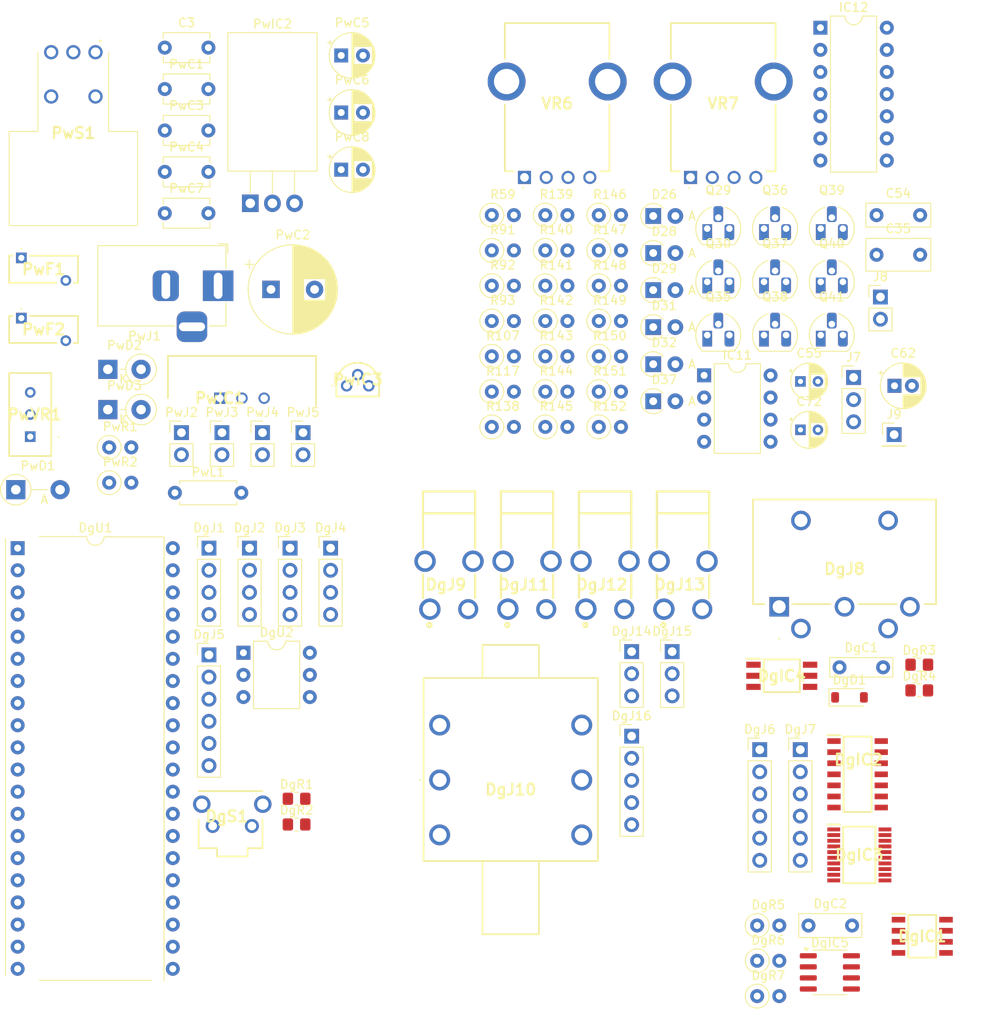
<source format=kicad_pcb>
(kicad_pcb (version 20240108) (generator "pcbnew") (generator_version "8.0")
  (layers (0 "F.Cu" signal) (31 "B.Cu" signal) (34 "B.Paste" user) (35 "F.Paste" user) (36 "B.SilkS" user "B.Silkscreen") (37 "F.SilkS" user "F.Silkscreen") (38 "B.Mask" user) (39 "F.Mask" user) (44 "Edge.Cuts" user))
  (net 0 "")
  (net 1 "Net-(DgJ4-Pin_4)")
  (net 2 "Net-(DgJ4-Pin_2)")
  (net 3 "Net-(DgJ4-Pin_3)")
  (net 4 "Net-(DgJ4-Pin_1)")
  (net 5 "A+12V")
  (net 6 "GNDA")
  (net 7 "A+5.333V")
  (net 8 "D+5V")
  (net 9 "GNDD")
  (net 10 "Net-(DgIC5A-+)")
  (net 11 "Net-(DgD1-K)")
  (net 12 "Net-(DgD1-A)")
  (net 15 "D_I2C_SCL")
  (net 16 "D+3.3V")
  (net 17 "D_I2C_SDA")
  (net 19 "D-ACC")
  (net 20 "A+GATE")
  (net 21 "A-ACC")
  (net 22 "D+GATE")
  (net 23 "A+SyncOut")
  (net 24 "D+SLIDE")
  (net 25 "D+SyncOut")
  (net 26 "A+SLIDE")
  (net 27 "Net-(DgIC3-Y5)")
  (net 28 "Net-(DgIC3-Y7)")
  (net 29 "Net-(DgIC3-Y4)")
  (net 30 "D+SyncIn")
  (net 31 "Net-(DgIC3-A4)")
  (net 32 "Net-(DgIC3-A6)")
  (net 33 "Net-(DgIC3-Y3)")
  (net 34 "Net-(DgIC3-Y2)")
  (net 35 "D+3.3V_MIDIRX")
  (net 36 "Net-(DgIC3-A3)")
  (net 37 "Net-(DgIC3-A2)")
  (net 38 "Net-(DgIC3-Y6)")
  (net 39 "D+5V_SyncIn")
  (net 40 "D+5V_MIDIRx")
  (net 41 "Net-(DgIC3-A5)")
  (net 42 "Net-(DgIC3-A7)")
  (net 44 "Net-(DgIC5A--)")
  (net 45 "A+CV")
  (net 46 "Net-(DgIC5B--)")
  (net 47 "Net-(DgJ2-Pin_1)")
  (net 48 "Net-(DgJ2-Pin_2)")
  (net 49 "Net-(DgJ2-Pin_3)")
  (net 50 "Net-(DgJ2-Pin_4)")
  (net 51 "Net-(DgJ3-Pin_4)")
  (net 52 "Net-(DgJ3-Pin_3)")
  (net 53 "Net-(DgJ3-Pin_1)")
  (net 54 "Net-(DgJ3-Pin_2)")
  (net 55 "Net-(DgJ5-Pin_5)")
  (net 56 "Net-(DgJ5-Pin_4)")
  (net 57 "Net-(DgJ5-Pin_3)")
  (net 58 "Net-(DgJ8-Pad4)")
  (net 62 "D+PlugIn_SyncIn")
  (net 65 "A+LineOut")
  (net 67 "A+CV_MIX")
  (net 68 "A+TEMPO")
  (net 69 "A+VolIn")
  (net 70 "D+CV_PWM")
  (net 71 "Net-(DgU1-RUN)")
  (net 73 "D+VSYS")
  (net 74 "D+VBUS")
  (net 79 "Net-(PwJ5-Pin_1)")
  (net 80 "Net-(PwD1-K)")
  (net 81 "Net-(PwIC1-VOUT)")
  (net 82 "Net-(PwD3-A)")
  (net 83 "Net-(PwJ4-Pin_1)")
  (net 84 "Net-(PwIC1-VIN)")
  (net 85 "Net-(PwJ1-Pad1)")
  (net 86 "ADAPTER GND")
  (net 87 "ADAPTER+15V")
  (net 88 "Net-(PwVR1-CCW)")
  (net 92 "Net-(C35-Pad1)")
  (net 93 "A+ENV_Trig")
  (net 94 "Net-(C54-Pad1)")
  (net 95 "Net-(Q38-E)")
  (net 96 "Net-(Q41-B)")
  (net 97 "Net-(Q36-B)")
  (net 98 "Net-(D26-A)")
  (net 99 "Net-(D28-K)")
  (net 100 "Net-(D28-A)")
  (net 101 "A+VCO_CV")
  (net 102 "Net-(D37-K)")
  (net 103 "A+VCA_Env")
  (net 104 "Net-(IC11B-+)")
  (net 105 "Net-(IC11A--)")
  (net 106 "Net-(VR6-CCW)")
  (net 107 "Net-(Q35-C)")
  (net 108 "Net-(Q29-C)")
  (net 109 "Net-(VR7-CW)")
  (net 110 "Net-(Q30-C)")
  (net 111 "A+ENV.MOD")
  (net 112 "A+VCA_Trig")
  (net 113 "A+VCA-Reso_ACC")
  (net 114 "Net-(Q29-B)")
  (net 115 "Net-(Q30-B)")
  (net 116 "Net-(Q35-B)")
  (net 117 "Net-(Q36-E)")
  (net 118 "Net-(Q37-B)")
  (net 119 "Net-(Q38-B)")
  (net 120 "Net-(Q40-B)")
  (footprint "Diode_SMD:D_SOD-123" (layer "F.Cu") (at 181.68 106.545)
    (property "Reference" "DgD1" (at 0 -2 0) (layer "F.SilkS"))
    (property "Value" "1N4148W")
    (pad "1" smd roundrect (at -1.65 0) (size 0.9 1.2) (layers "F.Cu" "F.Paste" "F.Mask") (net 11 "Net-(DgD1-K)"))
    (pad "2" smd roundrect (at 1.65 0) (size 0.9 1.2) (layers "F.Cu" "F.Paste" "F.Mask") (net 12 "Net-(DgD1-A)"))
  )
  (footprint "SamacSys_Parts:4MS1R202M6QES" (layer "F.Cu") (at 95.175 32.53)
    (property "Reference" "PwS1" (at -2.54 9.27 0) (layer "F.SilkS") (effects (font (size 1.27 1.27) (thickness 0.254))))
    (property "Value" "4MS1R202M6QES" (hide yes))
    (pad "1" thru_hole circle (at 0 0) (size 1.635 1.635) (drill 1.09) (layers "*.Cu" "*.Mask") (net 85 "Net-(PwJ1-Pad1)"))
    (pad "2" thru_hole circle (at -2.54 0) (size 1.635 1.635) (drill 1.09) (layers "*.Cu" "*.Mask") (net 87 "ADAPTER+15V"))
    (pad "3" thru_hole circle (at -5.08 0) (size 1.635 1.635) (drill 1.09) (layers "*.Cu" "*.Mask"))
    (pad "4" thru_hole circle (at -5.08 5.08) (size 1.635 1.635) (drill 1.09) (layers "*.Cu" "*.Mask"))
    (pad "5" thru_hole circle (at 0 5.08) (size 1.635 1.635) (drill 1.09) (layers "*.Cu" "*.Mask"))
  )
  (footprint "Connector_PinHeader_2.54mm:PinHeader_1x06_P2.54mm_Vertical" (layer "F.Cu") (at 176.035 112.545)
    (property "Reference" "DgJ7" (at 0 -2.33 0) (layer "F.SilkS"))
    (property "Value" "Conn_01x06")
    (pad "1" thru_hole rect (at 0 0) (size 1.7 1.7) (drill 1) (layers "*.Cu" "*.Mask") (net 34 "Net-(DgIC3-Y2)"))
    (pad "2" thru_hole oval (at 0 2.54) (size 1.7 1.7) (drill 1) (layers "*.Cu" "*.Mask") (net 33 "Net-(DgIC3-Y3)"))
    (pad "3" thru_hole oval (at 0 5.08) (size 1.7 1.7) (drill 1) (layers "*.Cu" "*.Mask") (net 29 "Net-(DgIC3-Y4)"))
    (pad "4" thru_hole oval (at 0 7.62) (size 1.7 1.7) (drill 1) (layers "*.Cu" "*.Mask") (net 27 "Net-(DgIC3-Y5)"))
    (pad "5" thru_hole oval (at 0 10.16) (size 1.7 1.7) (drill 1) (layers "*.Cu" "*.Mask") (net 38 "Net-(DgIC3-Y6)"))
    (pad "6" thru_hole oval (at 0 12.7) (size 1.7 1.7) (drill 1) (layers "*.Cu" "*.Mask") (net 28 "Net-(DgIC3-Y7)"))
  )
  (footprint "SamacSys_Parts:MJ-8435" (layer "F.Cu") (at 144.685 85.427)
    (property "Reference" "DgJ11" (at -0.364 8.187 0) (layer "F.SilkS") (effects (font (size 1.27 1.27) (thickness 0.254))))
    (property "Value" "MJ-8435" (hide yes))
    (pad "1" thru_hole circle (at -2.2 11) (size 2.45 2.45) (drill 1.64) (layers "*.Cu" "*.Mask") (net 9 "GNDD"))
    (pad "2" thru_hole circle (at -2.75 5.5) (size 2.45 2.45) (drill 1.64) (layers "*.Cu" "*.Mask") (net 67 "A+CV_MIX"))
    (pad "3" thru_hole circle (at 2.75 5.5) (size 2.45 2.45) (drill 1.64) (layers "*.Cu" "*.Mask") (net 67 "A+CV_MIX"))
    (pad "4" thru_hole circle (at 2.2 11) (size 2.3 2.3) (drill 1.53) (layers "*.Cu" "*.Mask") (net 67 "A+CV_MIX"))
  )
  (footprint "Connector_PinHeader_2.54mm:PinHeader_1x03_P2.54mm_Vertical" (layer "F.Cu") (at 156.685 101.295)
    (property "Reference" "DgJ14" (at 0 -2.33 0) (layer "F.SilkS"))
    (property "Value" "Conn_01x03")
    (pad "1" thru_hole rect (at 0 0) (size 1.7 1.7) (drill 1) (layers "*.Cu" "*.Mask") (net 16 "D+3.3V"))
    (pad "2" thru_hole oval (at 0 2.54) (size 1.7 1.7) (drill 1) (layers "*.Cu" "*.Mask") (net 68 "A+TEMPO"))
    (pad "3" thru_hole oval (at 0 5.08) (size 1.7 1.7) (drill 1) (layers "*.Cu" "*.Mask") (net 9 "GNDD"))
  )
  (footprint "Resistor_THT:R_Axial_DIN0207_L6.3mm_D2.5mm_P2.54mm_Vertical" (layer "F.Cu") (at 140.64 67.42)
    (property "Reference" "R107" (at 1.27 -2.37 0) (layer "F.SilkS"))
    (property "Value" "2.2K")
    (pad "1" thru_hole circle (at 0 0) (size 1.6 1.6) (drill 0.8) (layers "*.Cu" "*.Mask") (net 105 "Net-(IC11A--)"))
    (pad "2" thru_hole oval (at 2.54 0) (size 1.6 1.6) (drill 0.8) (layers "*.Cu" "*.Mask") (net 101 "A+VCO_CV"))
  )
  (footprint "Resistor_THT:R_Axial_DIN0207_L6.3mm_D2.5mm_P2.54mm_Vertical" (layer "F.Cu") (at 140.64 59.32)
    (property "Reference" "R92" (at 1.27 -2.37 0) (layer "F.SilkS"))
    (property "Value" "100K")
    (pad "1" thru_hole circle (at 0 0) (size 1.6 1.6) (drill 0.8) (layers "*.Cu" "*.Mask") (net 108 "Net-(Q29-C)"))
    (pad "2" thru_hole oval (at 2.54 0) (size 1.6 1.6) (drill 0.8) (layers "*.Cu" "*.Mask") (net 5 "A+12V"))
  )
  (footprint "Package_TO_SOT_THT:TO-92_HandSolder" (layer "F.Cu") (at 171.87 52.77)
    (property "Reference" "Q36" (at 1.27 -4.4 0) (layer "F.SilkS"))
    (property "Value" "PNP")
    (pad "1" thru_hole rect (at 0 0) (size 1.1 1.8) (drill 0.75 (offset 0 0.4)) (layers "*.Cu" "*.Mask") (net 117 "Net-(Q36-E)"))
    (pad "2" thru_hole roundrect (at 1.27 -1.27) (size 1.1 1.8) (drill 0.75 (offset 0 -0.4)) (layers "*.Cu" "*.Mask") (net 112 "A+VCA_Trig"))
    (pad "3" thru_hole roundrect (at 2.54 0) (size 1.1 1.8) (drill 0.75 (offset 0 0.4)) (layers "*.Cu" "*.Mask") (net 97 "Net-(Q36-B)"))
  )
  (footprint "Diode_THT:D_A-405_P2.54mm_Vertical_AnodeUp" (layer "F.Cu") (at 159.16 72.57)
    (property "Reference" "D37" (at 1.27 -2.47 0) (layer "F.SilkS"))
    (property "Value" "D")
    (fp_text user "A" (at 4.44 0 0) (layer "F.SilkS"))
    (pad "1" thru_hole rect (at 0 0) (size 1.8 1.8) (drill 0.9) (layers "*.Cu" "*.Mask") (net 102 "Net-(D37-K)"))
    (pad "2" thru_hole oval (at 2.54 0) (size 1.8 1.8) (drill 0.9) (layers "*.Cu" "*.Mask") (net 103 "A+VCA_Env"))
  )
  (footprint "Diode_THT:D_A-405_P2.54mm_Vertical_AnodeUp" (layer "F.Cu") (at 159.16 59.82)
    (property "Reference" "D29" (at 1.27 -2.47 0) (layer "F.SilkS"))
    (property "Value" "D")
    (fp_text user "A" (at 4.44 0 0) (layer "F.SilkS"))
    (pad "1" thru_hole rect (at 0 0) (size 1.8 1.8) (drill 0.9) (layers "*.Cu" "*.Mask") (net 98 "Net-(D26-A)"))
    (pad "2" thru_hole oval (at 2.54 0) (size 1.8 1.8) (drill 0.9) (layers "*.Cu" "*.Mask") (net 99 "Net-(D28-K)"))
  )
  (footprint "Resistor_THT:R_Axial_DIN0207_L6.3mm_D2.5mm_P2.54mm_Vertical" (layer "F.Cu") (at 152.92 51.22)
    (property "Reference" "R146" (at 1.27 -2.37 0) (layer "F.SilkS"))
    (property "Value" "22K")
    (pad "1" thru_hole circle (at 0 0) (size 1.6 1.6) (drill 0.8) (layers "*.Cu" "*.Mask") (net 22 "D+GATE"))
    (pad "2" thru_hole oval (at 2.54 0) (size 1.6 1.6) (drill 0.8) (layers "*.Cu" "*.Mask") (net 118 "Net-(Q37-B)"))
  )
  (footprint "Resistor_THT:R_Axial_DIN0207_L6.3mm_D2.5mm_P2.54mm_Vertical" (layer "F.Cu") (at 146.78 75.52)
    (property "Reference" "R145" (at 1.27 -2.37 0) (layer "F.SilkS"))
    (property "Value" "10K")
    (pad "1" thru_hole circle (at 0 0) (size 1.6 1.6) (drill 0.8) (layers "*.Cu" "*.Mask") (net 6 "GNDA"))
    (pad "2" thru_hole oval (at 2.54 0) (size 1.6 1.6) (drill 0.8) (layers "*.Cu" "*.Mask") (net 112 "A+VCA_Trig"))
  )
  (footprint "Connector_PinHeader_2.54mm:PinHeader_1x01_P2.54mm_Vertical" (layer "F.Cu") (at 186.8 76.4)
    (property "Reference" "J9" (at 0 -2.33 0) (layer "F.SilkS"))
    (property "Value" "Conn_01x01_Pin")
    (pad "1" thru_hole rect (at 0 0) (size 1.7 1.7) (drill 1) (layers "*.Cu" "*.Mask") (net 101 "A+VCO_CV"))
  )
  (footprint "Capacitor_THT:CP_Radial_D4.0mm_P2.00mm" (layer "F.Cu") (at 176.054801 70.3)
    (property "Reference" "C55" (at 1 -3.25 0) (layer "F.SilkS"))
    (property "Value" "47uF/16V")
    (pad "1" thru_hole rect (at 0 0) (size 1.2 1.2) (drill 0.6) (layers "*.Cu" "*.Mask") (net 95 "Net-(Q38-E)"))
    (pad "2" thru_hole circle (at 2 0) (size 1.2 1.2) (drill 0.6) (layers "*.Cu" "*.Mask") (net 6 "GNDA"))
  )
  (footprint "SamacSys_Parts:SOIC127P602X173-8N" (layer "F.Cu") (at 190.025 133.954)
    (property "Reference" "DgIC1" (at 0 0 0) (layer "F.SilkS") (effects (font (size 1.27 1.27) (thickness 0.254))))
    (property "Value" "FM24CL16B-GTR" (hide yes))
    (pad "1" smd rect (at -2.725 -1.905 90) (size 0.65 1.551) (layers "F.Cu" "F.Paste" "F.Mask"))
    (pad "2" smd rect (at -2.725 -0.635 90) (size 0.65 1.551) (layers "F.Cu" "F.Paste" "F.Mask"))
    (pad "3" smd rect (at -2.725 0.635 90) (size 0.65 1.551) (layers "F.Cu" "F.Paste" "F.Mask"))
    (pad "4" smd rect (at -2.725 1.905 90) (size 0.65 1.551) (layers "F.Cu" "F.Paste" "F.Mask") (net 9 "GNDD"))
    (pad "5" smd rect (at 2.725 1.905 90) (size 0.65 1.551) (layers "F.Cu" "F.Paste" "F.Mask") (net 17 "D_I2C_SDA"))
    (pad "6" smd rect (at 2.725 0.635 90) (size 0.65 1.551) (layers "F.Cu" "F.Paste" "F.Mask") (net 15 "D_I2C_SCL"))
    (pad "7" smd rect (at 2.725 -0.635 90) (size 0.65 1.551) (layers "F.Cu" "F.Paste" "F.Mask") (net 9 "GNDD"))
    (pad "8" smd rect (at 2.725 -1.905 90) (size 0.65 1.551) (layers "F.Cu" "F.Paste" "F.Mask") (net 16 "D+3.3V"))
  )
  (footprint "Connector_PinHeader_2.54mm:PinHeader_1x02_P2.54mm_Vertical" (layer "F.Cu") (at 185.23 60.62)
    (property "Reference" "J8" (at 0 -2.33 0) (layer "F.SilkS"))
    (property "Value" "Conn_01x02_Pin")
    (pad "1" thru_hole rect (at 0 0) (size 1.7 1.7) (drill 1) (layers "*.Cu" "*.Mask") (net 111 "A+ENV.MOD"))
    (pad "2" thru_hole oval (at 0 2.54) (size 1.7 1.7) (drill 1) (layers "*.Cu" "*.Mask") (net 113 "A+VCA-Reso_ACC"))
  )
  (footprint "SamacSys_Parts:SOIC127P600X175-14N" (layer "F.Cu") (at 182.61 115.37)
    (property "Reference" "DgIC2" (at 0.09 -1.67 0) (layer "F.SilkS") (effects (font (size 1.27 1.27) (thickness 0.254))))
    (property "Value" "74HC126D" (hide yes))
    (pad "1" smd rect (at -2.712 -3.81 90) (size 0.65 1.525) (layers "F.Cu" "F.Paste" "F.Mask") (net 8 "D+5V"))
    (pad "2" smd rect (at -2.712 -2.54 90) (size 0.65 1.525) (layers "F.Cu" "F.Paste" "F.Mask") (net 22 "D+GATE"))
    (pad "3" smd rect (at -2.712 -1.27 90) (size 0.65 1.525) (layers "F.Cu" "F.Paste" "F.Mask") (net 20 "A+GATE"))
    (pad "4" smd rect (at -2.712 0 90) (size 0.65 1.525) (layers "F.Cu" "F.Paste" "F.Mask") (net 8 "D+5V"))
    (pad "5" smd rect (at -2.712 1.27 90) (size 0.65 1.525) (layers "F.Cu" "F.Paste" "F.Mask") (net 24 "D+SLIDE"))
    (pad "6" smd rect (at -2.712 2.54 90) (size 0.65 1.525) (layers "F.Cu" "F.Paste" "F.Mask") (net 26 "A+SLIDE"))
    (pad "7" smd rect (at -2.712 3.81 90) (size 0.65 1.525) (layers "F.Cu" "F.Paste" "F.Mask") (net 9 "GNDD"))
    (pad "8" smd rect (at 2.712 3.81 90) (size 0.65 1.525) (layers "F.Cu" "F.Paste" "F.Mask") (net 21 "A-ACC"))
    (pad "9" smd rect (at 2.712 2.54 90) (size 0.65 1.525) (layers "F.Cu" "F.Paste" "F.Mask") (net 19 "D-ACC"))
    (pad "10" smd rect (at 2.712 1.27 90) (size 0.65 1.525) (layers "F.Cu" "F.Paste" "F.Mask") (net 8 "D+5V"))
    (pad "11" smd rect (at 2.712 0 90) (size 0.65 1.525) (layers "F.Cu" "F.Paste" "F.Mask") (net 23 "A+SyncOut"))
    (pad "12" smd rect (at 2.712 -1.27 90) (size 0.65 1.525) (layers "F.Cu" "F.Paste" "F.Mask") (net 25 "D+SyncOut"))
    (pad "13" smd rect (at 2.712 -2.54 90) (size 0.65 1.525) (layers "F.Cu" "F.Paste" "F.Mask") (net 8 "D+5V"))
    (pad "14" smd rect (at 2.712 -3.81 90) (size 0.65 1.525) (layers "F.Cu" "F.Paste" "F.Mask") (net 8 "D+5V"))
  )
  (footprint "Resistor_THT:R_Axial_DIN0207_L6.3mm_D2.5mm_P2.54mm_Vertical" (layer "F.Cu") (at 152.92 71.47)
    (property "Reference" "R151" (at 1.27 -2.37 0) (layer "F.SilkS"))
    (property "Value" "22K")
    (pad "1" thru_hole circle (at 0 0) (size 1.6 1.6) (drill 0.8) (layers "*.Cu" "*.Mask") (net 103 "A+VCA_Env"))
    (pad "2" thru_hole oval (at 2.54 0) (size 1.6 1.6) (drill 0.8) (layers "*.Cu" "*.Mask") (net 6 "GNDA"))
  )
  (footprint "Capacitor_THT:C_Rect_L7.0mm_W2.5mm_P5.00mm" (layer "F.Cu") (at 176.975 132.715)
    (property "Reference" "DgC2" (at 2.5 -2.5 0) (layer "F.SilkS"))
    (property "Value" "0.047uF")
    (pad "1" thru_hole circle (at 0 0) (size 1.6 1.6) (drill 0.8) (layers "*.Cu" "*.Mask") (net 10 "Net-(DgIC5A-+)"))
    (pad "2" thru_hole circle (at 5 0) (size 1.6 1.6) (drill 0.8) (layers "*.Cu" "*.Mask") (net 9 "GNDD"))
  )
  (footprint "Resistor_THT:R_Axial_DIN0207_L6.3mm_D2.5mm_P2.54mm_Vertical" (layer "F.Cu") (at 146.78 67.42)
    (property "Reference" "R143" (at 1.27 -2.37 0) (layer "F.SilkS"))
    (property "Value" "10K")
    (pad "1" thru_hole circle (at 0 0) (size 1.6 1.6) (drill 0.8) (layers "*.Cu" "*.Mask") (net 97 "Net-(Q36-B)"))
    (pad "2" thru_hole oval (at 2.54 0) (size 1.6 1.6) (drill 0.8) (layers "*.Cu" "*.Mask") (net 93 "A+ENV_Trig"))
  )
  (footprint "Package_SO:SOIC-8_3.9x4.9mm_P1.27mm" (layer "F.Cu") (at 179.425 138.095)
    (property "Reference" "DgIC5" (at 0 -3.4 0) (layer "F.SilkS"))
    (property "Value" "LM358")
    (pad "1" smd roundrect (at -2.475 -1.905) (size 1.95 0.6) (layers "F.Cu" "F.Paste" "F.Mask") (net 44 "Net-(DgIC5A--)"))
    (pad "2" smd roundrect (at -2.475 -0.635) (size 1.95 0.6) (layers "F.Cu" "F.Paste" "F.Mask") (net 44 "Net-(DgIC5A--)"))
    (pad "3" smd roundrect (at -2.475 0.635) (size 1.95 0.6) (layers "F.Cu" "F.Paste" "F.Mask") (net 10 "Net-(DgIC5A-+)"))
    (pad "4" smd roundrect (at -2.475 1.905) (size 1.95 0.6) (layers "F.Cu" "F.Paste" "F.Mask") (net 9 "GNDD"))
    (pad "5" smd roundrect (at 2.475 1.905) (size 1.95 0.6) (layers "F.Cu" "F.Paste" "F.Mask") (net 44 "Net-(DgIC5A--)"))
    (pad "6" smd roundrect (at 2.475 0.635) (size 1.95 0.6) (layers "F.Cu" "F.Paste" "F.Mask") (net 46 "Net-(DgIC5B--)"))
    (pad "7" smd roundrect (at 2.475 -0.635) (size 1.95 0.6) (layers "F.Cu" "F.Paste" "F.Mask") (net 45 "A+CV"))
    (pad "8" smd roundrect (at 2.475 -1.905) (size 1.95 0.6) (layers "F.Cu" "F.Paste" "F.Mask") (net 8 "D+5V"))
  )
  (footprint "Capacitor_THT:CP_Radial_D5.0mm_P2.50mm" (layer "F.Cu") (at 123.364775 32.905)
    (property "Reference" "PwC5" (at 1.25 -3.75 0) (layer "F.SilkS"))
    (property "Value" "470uF/25V")
    (pad "1" thru_hole rect (at 0 0) (size 1.6 1.6) (drill 0.8) (layers "*.Cu" "*.Mask") (net 8 "D+5V"))
    (pad "2" thru_hole circle (at 2.5 0) (size 1.6 1.6) (drill 0.8) (layers "*.Cu" "*.Mask") (net 9 "GNDD"))
  )
  (footprint "SamacSys_Parts:MFR050" (layer "F.Cu") (at 86.67 56.129)
    (property "Reference" "PwF1" (at 2.55 1.295 0) (layer "F.SilkS") (effects (font (size 1.27 1.27) (thickness 0.254))))
    (property "Value" "MF-R050" (hide yes))
    (pad "1" thru_hole rect (at 0 0) (size 1.217 1.217) (drill 0.71) (layers "*.Cu" "*.Mask") (net 83 "Net-(PwJ4-Pin_1)"))
    (pad "2" thru_hole circle (at 5.1 2.59) (size 1.217 1.217) (drill 0.71) (layers "*.Cu" "*.Mask") (net 80 "Net-(PwD1-K)"))
  )
  (footprint "Capacitor_THT:C_Disc_D5.1mm_W3.2mm_P5.00mm" (layer "F.Cu") (at 103.125 51.005)
    (property "Reference" "PwC7" (at 2.5 -2.85 0) (layer "F.SilkS"))
    (property "Value" "0.1uF")
    (pad "1" thru_hole circle (at 0 0) (size 1.6 1.6) (drill 0.8) (layers "*.Cu" "*.Mask") (net 5 "A+12V"))
    (pad "2" thru_hole circle (at 5 0) (size 1.6 1.6) (drill 0.8) (layers "*.Cu" "*.Mask") (net 6 "GNDA"))
  )
  (footprint "Capacitor_THT:C_Disc_D5.1mm_W3.2mm_P5.00mm" (layer "F.Cu") (at 103.125 36.755)
    (property "Reference" "PwC1" (at 2.5 -2.85 0) (layer "F.SilkS"))
    (property "Value" "10uF")
    (pad "1" thru_hole circle (at 0 0) (size 1.6 1.6) (drill 0.8) (layers "*.Cu" "*.Mask") (net 79 "Net-(PwJ5-Pin_1)"))
    (pad "2" thru_hole circle (at 5 0) (size 1.6 1.6) (drill 0.8) (layers "*.Cu" "*.Mask") (net 9 "GNDD"))
  )
  (footprint "SamacSys_Parts:MJ-8435" (layer "F.Cu") (at 153.635 85.427)
    (property "Reference" "DgJ12" (at -0.364 8.187 0) (layer "F.SilkS") (effects (font (size 1.27 1.27) (thickness 0.254))))
    (property "Value" "MJ-8435" (hide yes))
    (pad "1" thru_hole circle (at -2.2 11) (size 2.45 2.45) (drill 1.64) (layers "*.Cu" "*.Mask") (net 9 "GNDD"))
    (pad "2" thru_hole circle (at -2.75 5.5) (size 2.45 2.45) (drill 1.64) (layers "*.Cu" "*.Mask") (net 20 "A+GATE"))
    (pad "3" thru_hole circle (at 2.75 5.5) (size 2.45 2.45) (drill 1.64) (layers "*.Cu" "*.Mask") (net 20 "A+GATE"))
    (pad "4" thru_hole circle (at 2.2 11) (size 2.3 2.3) (drill 1.53) (layers "*.Cu" "*.Mask") (net 20 "A+GATE"))
  )
  (footprint "Resistor_THT:R_Axial_DIN0207_L6.3mm_D2.5mm_P2.54mm_Vertical" (layer "F.Cu") (at 171.085 136.765)
    (property "Reference" "DgR6" (at 1.27 -2.37 0) (layer "F.SilkS"))
    (property "Value" "10K")
    (pad "1" thru_hole circle (at 0 0) (size 1.6 1.6) (drill 0.8) (layers "*.Cu" "*.Mask") (net 46 "Net-(DgIC5B--)"))
    (pad "2" thru_hole oval (at 2.54 0) (size 1.6 1.6) (drill 0.8) (layers "*.Cu" "*.Mask") (net 9 "GNDD"))
  )
  (footprint "Resistor_THT:R_Axial_DIN0207_L6.3mm_D2.5mm_P2.54mm_Vertical" (layer "F.Cu") (at 152.92 75.52)
    (property "Reference" "R152" (at 1.27 -2.37 0) (layer "F.SilkS"))
    (property "Value" "100")
    (pad "1" thru_hole circle (at 0 0) (size 1.6 1.6) (drill 0.8) (layers "*.Cu" "*.Mask") (net 96 "Net-(Q41-B)"))
    (pad "2" thru_hole oval (at 2.54 0) (size 1.6 1.6) (drill 0.8) (layers "*.Cu" "*.Mask") (net 102 "Net-(D37-K)"))
  )
  (footprint "SamacSys_Parts:TO254P570X1700X1780-3P" (layer "F.Cu") (at 109.445 72.225)
    (property "Reference" "PwIC1" (at 0 0 0) (layer "F.SilkS") (effects (font (size 1.27 1.27) (thickness 0.254))))
    (property "Value" "BP5293-50" (hide yes))
    (pad "1" thru_hole rect (at 0 0) (size 1.305 1.305) (drill 0.87) (layers "*.Cu" "*.Mask") (net 84 "Net-(PwIC1-VIN)"))
    (pad "2" thru_hole circle (at 2.54 0) (size 1.305 1.305) (drill 0.87) (layers "*.Cu" "*.Mask") (net 9 "GNDD"))
    (pad "3" thru_hole circle (at 5.08 0) (size 1.305 1.305) (drill 0.87) (layers "*.Cu" "*.Mask") (net 81 "Net-(PwIC1-VOUT)"))
  )
  (footprint "Connector_PinHeader_2.54mm:PinHeader_1x02_P2.54mm_Vertical" (layer "F.Cu") (at 114.335 76.175)
    (property "Reference" "PwJ4" (at 0 -2.33 0) (layer "F.SilkS"))
    (property "Value" "Conn_01x02_Pin")
    (pad "1" thru_hole rect (at 0 0) (size 1.7 1.7) (drill 1) (layers "*.Cu" "*.Mask") (net 83 "Net-(PwJ4-Pin_1)"))
    (pad "2" thru_hole oval (at 0 2.54) (size 1.7 1.7) (drill 1) (layers "*.Cu" "*.Mask") (net 6 "GNDA"))
  )
  (footprint "Package_TO_SOT_THT:TO-92_HandSolder" (layer "F.Cu") (at 165.36 64.99)
    (property "Reference" "Q35" (at 1.27 -4.4 0) (layer "F.SilkS"))
    (property "Value" "NPN")
    (pad "1" thru_hole rect (at 0 0) (size 1.1 1.8) (drill 0.75 (offset 0 0.4)) (layers "*.Cu" "*.Mask") (net 6 "GNDA"))
    (pad "2" thru_hole roundrect (at 1.27 -1.27) (size 1.1 1.8) (drill 0.75 (offset 0 -0.4)) (layers "*.Cu" "*.Mask") (net 107 "Net-(Q35-C)"))
    (pad "3" thru_hole roundrect (at 2.54 0) (size 1.1 1.8) (drill 0.75 (offset 0 0.4)) (layers "*.Cu" "*.Mask") (net 116 "Net-(Q35-B)"))
  )
  (footprint "SamacSys_Parts:KDJ035" (layer "F.Cu") (at 173.61 96.15)
    (property "Reference" "DgJ8" (at 7.5 -4.338 0) (layer "F.SilkS") (effects (font (size 1.27 1.27) (thickness 0.254))))
    (property "Value" "KDJ03-5" (hide yes))
    (pad "1" thru_hole rect (at 0 0) (size 2.25 2.25) (drill 1.5) (layers "*.Cu" "*.Mask"))
    (pad "2" thru_hole circle (at 7.5 0) (size 2.25 2.25) (drill 1.5) (layers "*.Cu" "*.Mask"))
    (pad "3" thru_hole circle (at 15 0) (size 2.25 2.25) (drill 1.5) (layers "*.Cu" "*.Mask"))
    (pad "4" thru_hole circle (at 2.5 2.5) (size 2.25 2.25) (drill 1.5) (layers "*.Cu" "*.Mask") (net 58 "Net-(DgJ8-Pad4)"))
    (pad "5" thru_hole circle (at 12.5 2.5) (size 2.25 2.25) (drill 1.5) (layers "*.Cu" "*.Mask") (net 12 "Net-(DgD1-A)"))
    (pad "MH1" thru_hole circle (at 2.5 -9.9) (size 2.25 2.25) (drill 1.5) (layers "*.Cu" "*.Mask") (net 9 "GNDD"))
    (pad "MH2" thru_hole circle (at 12.5 -9.9) (size 2.25 2.25) (drill 1.5) (layers "*.Cu" "*.Mask") (net 9 "GNDD"))
  )
  (footprint "Package_DIP:DIP-14_W7.62mm" (layer "F.Cu") (at 178.34 29.72)
    (property "Reference" "IC12" (at 3.81 -2.33 0) (layer "F.SilkS"))
    (property "Value" "4066")
    (pad "1" thru_hole rect (at 0 0) (size 1.6 1.6) (drill 0.8) (layers "*.Cu" "*.Mask") (net 92 "Net-(C35-Pad1)"))
    (pad "2" thru_hole oval (at 0 2.54) (size 1.6 1.6) (drill 0.8) (layers "*.Cu" "*.Mask") (net 45 "A+CV"))
    (pad "3" thru_hole oval (at 0 5.08) (size 1.6 1.6) (drill 0.8) (layers "*.Cu" "*.Mask") (net 101 "A+VCO_CV"))
    (pad "4" thru_hole oval (at 0 7.62) (size 1.6 1.6) (drill 0.8) (layers "*.Cu" "*.Mask") (net 92 "Net-(C35-Pad1)"))
    (pad "5" thru_hole oval (at 0 10.16) (size 1.6 1.6) (drill 0.8) (layers "*.Cu" "*.Mask") (net 108 "Net-(Q29-C)"))
    (pad "6" thru_hole oval (at 0 12.7) (size 1.6 1.6) (drill 0.8) (layers "*.Cu" "*.Mask") (net 107 "Net-(Q35-C)"))
    (pad "7" thru_hole oval (at 0 15.24) (size 1.6 1.6) (drill 0.8) (layers "*.Cu" "*.Mask") (net 6 "GNDA"))
    (pad "8" thru_hole oval (at 7.62 15.24) (size 1.6 1.6) (drill 0.8) (layers "*.Cu" "*.Mask") (net 109 "Net-(VR7-CW)"))
    (pad "9" thru_hole oval (at 7.62 12.7) (size 1.6 1.6) (drill 0.8) (layers "*.Cu" "*.Mask") (net 111 "A+ENV.MOD"))
    (pad "10" thru_hole oval (at 7.62 10.16) (size 1.6 1.6) (drill 0.8) (layers "*.Cu" "*.Mask") (net 100 "Net-(D28-A)"))
    (pad "11" thru_hole oval (at 7.62 7.62) (size 1.6 1.6) (drill 0.8) (layers "*.Cu" "*.Mask") (net 106 "Net-(VR6-CCW)"))
    (pad "12" thru_hole oval (at 7.62 5.08) (size 1.6 1.6) (drill 0.8) (layers "*.Cu" "*.Mask") (net 107 "Net-(Q35-C)"))
    (pad "13" thru_hole oval (at 7.62 2.54) (size 1.6 1.6) (drill 0.8) (layers "*.Cu" "*.Mask") (net 110 "Net-(Q30-C)"))
    (pad "14" thru_hole oval (at 7.62 0) (size 1.6 1.6) (drill 0.8) (layers "*.Cu" "*.Mask") (net 5 "A+12V"))
  )
  (footprint "Resistor_THT:R_Axial_DIN0207_L6.3mm_D2.5mm_P2.54mm_Vertical" (layer "F.Cu") (at 152.92 67.42)
    (property "Reference" "R150" (at 1.27 -2.37 0) (layer "F.SilkS"))
    (property "Value" "22")
    (pad "1" thru_hole circle (at 0 0) (size 1.6 1.6) (drill 0.8) (layers "*.Cu" "*.Mask") (net 5 "A+12V"))
    (pad "2" thru_hole oval (at 2.54 0) (size 1.6 1.6) (drill 0.8) (layers "*.Cu" "*.Mask") (net 95 "Net-(Q38-E)"))
  )
  (footprint "Connector_PinHeader_2.54mm:PinHeader_1x05_P2.54mm_Vertical" (layer "F.Cu") (at 156.685 110.995)
    (property "Reference" "DgJ16" (at 0 -2.33 0) (layer "F.SilkS"))
    (property "Value" "Conn_01x05")
    (pad "1" thru_hole rect (at 0 0) (size 1.7 1.7) (drill 1) (layers "*.Cu" "*.Mask") (net 45 "A+CV"))
    (pad "2" thru_hole oval (at 0 2.54) (size 1.7 1.7) (drill 1) (layers "*.Cu" "*.Mask") (net 26 "A+SLIDE"))
    (pad "3" thru_hole oval (at 0 5.08) (size 1.7 1.7) (drill 1) (layers "*.Cu" "*.Mask") (net 21 "A-ACC"))
    (pad "4" thru_hole oval (at 0 7.62) (size 1.7 1.7) (drill 1) (layers "*.Cu" "*.Mask") (net 20 "A+GATE"))
    (pad "5" thru_hole oval (at 0 10.16) (size 1.7 1.7) (drill 1) (layers "*.Cu" "*.Mask") (net 67 "A+CV_MIX"))
  )
  (footprint "Resistor_THT:R_Axial_DIN0207_L6.3mm_D2.5mm_P2.54mm_Vertical" (layer "F.Cu") (at 146.78 63.37)
    (property "Reference" "R142" (at 1.27 -2.37 0) (layer "F.SilkS"))
    (property "Value" "10K")
    (pad "1" thru_hole circle (at 0 0) (size 1.6 1.6) (drill 0.8) (layers "*.Cu" "*.Mask") (net 97 "Net-(Q36-B)"))
    (pad "2" thru_hole oval (at 2.54 0) (size 1.6 1.6) (drill 0.8) (layers "*.Cu" "*.Mask") (net 5 "A+12V"))
  )
  (footprint "Resistor_THT:R_Axial_DIN0207_L6.3mm_D2.5mm_P2.54mm_Vertical" (layer "F.Cu") (at 171.085 140.815)
    (property "Reference" "DgR7" (at 1.27 -2.37 0) (layer "F.SilkS"))
    (property "Value" "5.1K")
    (pad "1" thru_hole circle (at 0 0) (size 1.6 1.6) (drill 0.8) (layers "*.Cu" "*.Mask") (net 46 "Net-(DgIC5B--)"))
    (pad "2" thru_hole oval (at 2.54 0) (size 1.6 1.6) (drill 0.8) (layers "*.Cu" "*.Mask") (net 45 "A+CV"))
  )
  (footprint "Package_TO_SOT_THT:TO-92_HandSolder" (layer "F.Cu") (at 178.38 64.99)
    (property "Reference" "Q41" (at 1.27 -4.4 0) (layer "F.SilkS"))
    (property "Value" "NPN")
    (pad "1" thru_hole rect (at 0 0) (size 1.1 1.8) (drill 0.75 (offset 0 0.4)) (layers "*.Cu" "*.Mask") (net 120 "Net-(Q40-B)"))
    (pad "2" thru_hole roundrect (at 1.27 -1.27) (size 1.1 1.8) (drill 0.75 (offset 0 -0.4)) (layers "*.Cu" "*.Mask") (net 5 "A+12V"))
    (pad "3" thru_hole roundrect (at 2.54 0) (size 1.1 1.8) (drill 0.75 (offset 0 0.4)) (layers "*.Cu" "*.Mask") (net 96 "Net-(Q41-B)"))
  )
  (footprint "SamacSys_Parts:LM317LZG" (layer "F.Cu") (at 123.99 70.8)
    (property "Reference" "PwIC3" (at 1.27 -0.71 0) (layer "F.SilkS") (effects (font (size 1.27 1.27) (thickness 0.254))))
    (property "Value" "LM317LZG" (hide yes))
    (pad "1" thru_hole circle (at 0 0) (size 1.316 1.316) (drill 0.81) (layers "*.Cu" "*.Mask") (net 82 "Net-(PwD3-A)"))
    (pad "2" thru_hole circle (at 1.27 -1.27) (size 1.316 1.316) (drill 0.81) (layers "*.Cu" "*.Mask") (net 7 "A+5.333V"))
    (pad "3" thru_hole circle (at 2.54 0) (size 1.316 1.316) (drill 0.81) (layers "*.Cu" "*.Mask") (net 5 "A+12V"))
  )
  (footprint "Capacitor_THT:C_Rect_L7.0mm_W2.0mm_P5.00mm" (layer "F.Cu") (at 180.535 103.095)
    (property "Reference" "DgC1" (at 2.5 -2.25 0) (layer "F.SilkS"))
    (property "Value" "0.1uF")
    (pad "1" thru_hole circle (at 0 0) (size 1.6 1.6) (drill 0.8) (layers "*.Cu" "*.Mask") (net 8 "D+5V"))
    (pad "2" thru_hole circle (at 5 0) (size 1.6 1.6) (drill 0.8) (layers "*.Cu" "*.Mask") (net 9 "GNDD"))
  )
  (footprint "Resistor_THT:R_Axial_DIN0207_L6.3mm_D2.5mm_P2.54mm_Vertical" (layer "F.Cu") (at 96.745 77.865)
    (property "Reference" "PwR1" (at 1.27 -2.37 0) (layer "F.SilkS"))
    (property "Value" "330")
    (pad "1" thru_hole circle (at 0 0) (size 1.6 1.6) (drill 0.8) (layers "*.Cu" "*.Mask") (net 88 "Net-(PwVR1-CCW)"))
    (pad "2" thru_hole oval (at 2.54 0) (size 1.6 1.6) (drill 0.8) (layers "*.Cu" "*.Mask") (net 6 "GNDA"))
  )
  (footprint "Connector_BarrelJack:BarrelJack_Horizontal" (layer "F.Cu") (at 109.245 59.33)
    (property "Reference" "PwJ1" (at -8.45 5.75 0) (layer "F.SilkS"))
    (property "Value" "Barrel_Jack_Switch")
    (pad "1" thru_hole rect (at 0 0) (size 3.5 3.5) (drill oval 1 3) (layers "*.Cu" "*.Mask") (net 85 "Net-(PwJ1-Pad1)"))
    (pad "2" thru_hole roundrect (at -6 0) (size 3 3.5) (drill oval 1 3) (layers "*.Cu" "*.Mask") (net 86 "ADAPTER GND"))
    (pad "3" thru_hole roundrect (at -3 4.7) (size 3.5 3.5) (drill oval 3 1) (layers "*.Cu" "*.Mask") (net 86 "ADAPTER GND"))
  )
  (footprint "Capacitor_THT:C_Disc_D5.1mm_W3.2mm_P5.00mm" (layer "F.Cu") (at 103.125 32.005)
    (property "Reference" "C3" (at 2.5 -2.85 0) (layer "F.SilkS"))
    (property "Value" "0.1uF")
    (pad "1" thru_hole circle (at 0 0) (size 1.6 1.6) (drill 0.8) (layers "*.Cu" "*.Mask") (net 5 "A+12V"))
    (pad "2" thru_hole circle (at 5 0) (size 1.6 1.6) (drill 0.8) (layers "*.Cu" "*.Mask") (net 6 "GNDA"))
  )
  (footprint "Diode_THT:D_DO-41_SOD81_P3.81mm_Vertical_KathodeUp" (layer "F.Cu") (at 96.595 73.531905)
    (property "Reference" "PwD3" (at 1.905 -2.750635 0) (layer "F.SilkS"))
    (property "Value" "1N4001")
    (fp_text user "K" (at 1.8 1.1 0) (layer "F.SilkS"))
    (pad "1" thru_hole rect (at 0 0) (size 2.2 2.2) (drill 1.1) (layers "*.Cu" "*.Mask") (net 7 "A+5.333V"))
    (pad "2" thru_hole oval (at 3.81 0) (size 2.2 2.2) (drill 1.1) (layers "*.Cu" "*.Mask") (net 82 "Net-(PwD3-A)"))
  )
  (footprint "Connector_PinHeader_2.54mm:PinHeader_1x04_P2.54mm_Vertical" (layer "F.Cu") (at 122.145 89.425)
    (property "Reference" "DgJ4" (at 0 -2.33 0) (layer "F.SilkS"))
    (property "Value" "Conn_01x04")
    (pad "1" thru_hole rect (at 0 0) (size 1.7 1.7) (drill 1) (layers "*.Cu" "*.Mask") (net 4 "Net-(DgJ4-Pin_1)"))
    (pad "2" thru_hole oval (at 0 2.54) (size 1.7 1.7) (drill 1) (layers "*.Cu" "*.Mask") (net 2 "Net-(DgJ4-Pin_2)"))
    (pad "3" thru_hole oval (at 0 5.08) (size 1.7 1.7) (drill 1) (layers "*.Cu" "*.Mask") (net 3 "Net-(DgJ4-Pin_3)"))
    (pad "4" thru_hole oval (at 0 7.62) (size 1.7 1.7) (drill 1) (layers "*.Cu" "*.Mask") (net 1 "Net-(DgJ4-Pin_4)"))
  )
  (footprint "Resistor_THT:R_Axial_DIN0207_L6.3mm_D2.5mm_P7.62mm_Horizontal" (layer "F.Cu") (at 104.285 83.075)
    (property "Reference" "PwL1" (at 3.81 -2.37 0) (layer "F.SilkS"))
    (property "Value" "4.7uh/0.5A")
    (pad "1" thru_hole circle (at 0 0) (size 1.6 1.6) (drill 0.8) (layers "*.Cu" "*.Mask") (net 81 "Net-(PwIC1-VOUT)"))
    (pad "2" thru_hole oval (at 7.62 0) (size 1.6 1.6) (drill 0.8) (layers "*.Cu" "*.Mask") (net 8 "D+5V"))
  )
  (footprint "Package_TO_SOT_THT:TO-92_HandSolder" (layer "F.Cu") (at 171.87 64.99)
    (property "Reference" "Q38" (at 1.27 -4.4 0) (layer "F.SilkS"))
    (property "Value" "PNP")
    (pad "1" thru_hole rect (at 0 0) (size 1.1 1.8) (drill 0.75 (offset 0 0.4)) (layers "*.Cu" "*.Mask") (net 95 "Net-(Q38-E)"))
    (pad "2" thru_hole roundrect (at 1.27 -1.27) (size 1.1 1.8) (drill 0.75 (offset 0 -0.4)) (layers "*.Cu" "*.Mask") (net 103 "A+VCA_Env"))
    (pad "3" thru_hole roundrect (at 2.54 0) (size 1.1 1.8) (drill 0.75 (offset 0 0.4)) (layers "*.Cu" "*.Mask") (net 119 "Net-(Q38-B)"))
  )
  (footprint "Diode_THT:D_A-405_P2.54mm_Vertical_AnodeUp" (layer "F.Cu") (at 159.16 51.32)
    (property "Reference" "D26" (at 1.27 -2.47 0) (layer "F.SilkS"))
    (property "Value" "D")
    (fp_text user "A" (at 4.44 0 0) (layer "F.SilkS"))
    (pad "1" thru_hole rect (at 0 0) (size 1.8 1.8) (drill 0.9) (layers "*.Cu" "*.Mask") (net 6 "GNDA"))
    (pad "2" thru_hole oval (at 2.54 0) (size 1.8 1.8) (drill 0.9) (layers "*.Cu" "*.Mask") (net 98 "Net-(D26-A)"))
  )
  (footprint "Resistor_THT:R_Axial_DIN0207_L6.3mm_D2.5mm_P2.54mm_Vertical" (layer "F.Cu") (at 140.64 63.37)
    (property "Reference" "R93" (at 1.27 -2.37 0) (layer "F.SilkS"))
    (property "Value" "100K")
    (pad "1" thru_hole circle (at 0 0) (size 1.6 1.6) (drill 0.8) (layers "*.Cu" "*.Mask") (net 110 "Net-(Q30-C)"))
    (pad "2" thru_hole oval (at 2.54 0) (size 1.6 1.6) (drill 0.8) (layers "*.Cu" "*.Mask") (net 5 "A+12V"))
  )
  (footprint "Resistor_THT:R_Axial_DIN0207_L6.3mm_D2.5mm_P2.54mm_Vertical" (layer "F.Cu") (at 152.92 55.27)
    (property "Reference" "R147" (at 1.27 -2.37 0) (layer "F.SilkS"))
    (property "Value" "22")
    (pad "1" thru_hole circle (at 0 0) (size 1.6 1.6) (drill 0.8) (layers "*.Cu" "*.Mask") (net 5 "A+12V"))
    (pad "2" thru_hole oval (at 2.54 0) (size 1.6 1.6) (drill 0.8) (layers "*.Cu" "*.Mask") (net 117 "Net-(Q36-E)"))
  )
  (footprint "SamacSys_Parts:MFR050" (layer "F.Cu") (at 86.67 63.037)
    (property "Reference" "PwF2" (at 2.55 1.295 0) (layer "F.SilkS") (effects (font (size 1.27 1.27) (thickness 0.254))))
    (property "Value" "MF-R050" (hide yes))
    (pad "1" thru_hole rect (at 0 0) (size 1.217 1.217) (drill 0.71) (layers "*.Cu" "*.Mask") (net 79 "Net-(PwJ5-Pin_1)"))
    (pad "2" thru_hole circle (at 5.1 2.59) (size 1.217 1.217) (drill 0.71) (layers "*.Cu" "*.Mask") (net 84 "Net-(PwIC1-VIN)"))
  )
  (footprint "Capacitor_THT:CP_Radial_D5.0mm_P2.50mm" (layer "F.Cu") (at 123.364775 39.455)
    (property "Reference" "PwC6" (at 1.25 -3.75 0) (layer "F.SilkS"))
    (property "Value" "100uF/25V")
    (pad "1" thru_hole rect (at 0 0) (size 1.6 1.6) (drill 0.8) (layers "*.Cu" "*.Mask") (net 5 "A+12V"))
    (pad "2" thru_hole circle (at 2.5 0) (size 1.6 1.6) (drill 0.8) (layers "*.Cu" "*.Mask") (net 6 "GNDA"))
  )
  (footprint "Resistor_SMD:R_0805_2012Metric_Pad1.20x1.40mm_HandSolder" (layer "F.Cu") (at 189.685 105.745)
    (property "Reference" "DgR4" (at 0 -1.65 0) (layer "F.SilkS"))
    (property "Value" "220")
    (pad "1" smd roundrect (at -1 0) (size 1.2 1.4) (layers "F.Cu" "F.Paste" "F.Mask") (roundrect_rratio 0.208333) (net 8 "D+5V"))
    (pad "2" smd roundrect (at 1 0) (size 1.2 1.4) (layers "F.Cu" "F.Paste" "F.Mask") (roundrect_rratio 0.208333) (net 40 "D+5V_MIDIRx"))
  )
  (footprint "SamacSys_Parts:SOIC127P700X230-6N" (layer "F.Cu") (at 173.91 104.07)
    (property "Reference" "DgIC4" (at 0 0 0) (layer "F.SilkS") (effects (font (size 1.27 1.27) (thickness 0.254))))
    (property "Value" "TLP2304_TPR,E" (hide yes))
    (pad "1" smd rect (at -3.25 -1.27 90) (size 0.7 1.65) (layers "F.Cu" "F.Paste" "F.Mask") (net 11 "Net-(DgD1-K)"))
    (pad "2" smd rect (at -3.25 0 90) (size 0.7 1.65) (layers "F.Cu" "F.Paste" "F.Mask"))
    (pad "3" smd rect (at -3.25 1.27 90) (size 0.7 1.65) (layers "F.Cu" "F.Paste" "F.Mask") (net 12 "Net-(DgD1-A)"))
    (pad "4" smd rect (at 3.25 1.27 90) (size 0.7 1.65) (layers "F.Cu" "F.Paste" "F.Mask") (net 9 "GNDD"))
    (pad "5" smd rect (at 3.25 0 90) (size 0.7 1.65) (layers "F.Cu" "F.Paste" "F.Mask") (net 40 "D+5V_MIDIRx"))
    (pad "6" smd rect (at 3.25 -1.27 90) (size 0.7 1.65) (layers "F.Cu" "F.Paste" "F.Mask") (net 8 "D+5V"))
  )
  (footprint "Resistor_THT:R_Axial_DIN0207_L6.3mm_D2.5mm_P2.54mm_Vertical" (layer "F.Cu") (at 171.085 132.715)
    (property "Reference" "DgR5" (at 1.27 -2.37 0) (layer "F.SilkS"))
    (property "Value" "22K")
    (pad "1" thru_hole circle (at 0 0) (size 1.6 1.6) (drill 0.8) (layers "*.Cu" "*.Mask") (net 70 "D+CV_PWM"))
    (pad "2" thru_hole oval (at 2.54 0) (size 1.6 1.6) (drill 0.8) (layers "*.Cu" "*.Mask") (net 10 "Net-(DgIC5A-+)"))
  )
  (footprint "SamacSys_Parts:MJ-8435" (layer "F.Cu") (at 162.585 85.427)
    (property "Reference" "DgJ13" (at -0.364 8.187 0) (layer "F.SilkS") (effects (font (size 1.27 1.27) (thickness 0.254))))
    (property "Value" "MJ-8435" (hide yes))
    (pad "1" thru_hole circle (at -2.2 11) (size 2.45 2.45) (drill 1.64) (layers "*.Cu" "*.Mask") (net 9 "GNDD"))
    (pad "2" thru_hole circle (at -2.75 5.5) (size 2.45 2.45) (drill 1.64) (layers "*.Cu" "*.Mask") (net 23 "A+SyncOut"))
    (pad "3" thru_hole circle (at 2.75 5.5) (size 2.45 2.45) (drill 1.64) (layers "*.Cu" "*.Mask") (net 23 "A+SyncOut"))
    (pad "4" thru_hole circle (at 2.2 11) (size 2.3 2.3) (drill 1.53) (layers "*.Cu" "*.Mask") (net 23 "A+SyncOut"))
  )
  (footprint "Capacitor_THT:CP_Radial_D5.0mm_P2.50mm" (layer "F.Cu") (at 123.364775 46.005)
    (property "Reference" "PwC8" (at 1.25 -3.75 0) (layer "F.SilkS"))
    (property "Value" "1uF/25V")
    (pad "1" thru_hole rect (at 0 0) (size 1.6 1.6) (drill 0.8) (layers "*.Cu" "*.Mask") (net 7 "A+5.333V"))
    (pad "2" thru_hole circle (at 2.5 0) (size 1.6 1.6) (drill 0.8) (layers "*.Cu" "*.Mask") (net 6 "GNDA"))
  )
  (footprint "Package_TO_SOT_THT:TO-92_HandSolder" (layer "F.Cu") (at 171.87 58.88)
    (property "Reference" "Q37" (at 1.27 -4.4 0) (layer "F.SilkS"))
    (property "Value" "NPN")
    (pad "1" thru_hole rect (at 0 0) (size 1.1 1.8) (drill 0.75 (offset 0 0.4)) (layers "*.Cu" "*.Mask") (net 6 "GNDA"))
    (pad "2" thru_hole roundrect (at 1.27 -1.27) (size 1.1 1.8) (drill 0.75 (offset 0 -0.4)) (layers "*.Cu" "*.Mask") (net 93 "A+ENV_Trig"))
    (pad "3" thru_hole roundrect (at 2.54 0) (size 1.1 1.8) (drill 0.75 (offset 0 0.4)) (layers "*.Cu" "*.Mask") (net 118 "Net-(Q37-B)"))
  )
  (footprint "SamacSys_Parts:SOP65P640X110-20N" (layer "F.Cu") (at 182.81 124.62)
    (property "Reference" "DgIC3" (at 0 0 0) (layer "F.SilkS") (effects (font (size 1.27 1.27) (thickness 0.254))))
    (property "Value" "74LVC541APW" (hide yes))
    (pad "1" smd rect (at -2.938 -2.925 90) (size 0.45 1.475) (layers "F.Cu" "F.Paste" "F.Mask") (net 9 "GNDD"))
    (pad "2" smd rect (at -2.938 -2.275 90) (size 0.45 1.475) (layers "F.Cu" "F.Paste" "F.Mask") (net 40 "D+5V_MIDIRx"))
    (pad "3" smd rect (at -2.938 -1.625 90) (size 0.45 1.475) (layers "F.Cu" "F.Paste" "F.Mask") (net 39 "D+5V_SyncIn"))
    (pad "4" smd rect (at -2.938 -0.975 90) (size 0.45 1.475) (layers "F.Cu" "F.Paste" "F.Mask") (net 37 "Net-(DgIC3-A2)"))
    (pad "5" smd rect (at -2.938 -0.325 90) (size 0.45 1.475) (layers "F.Cu" "F.Paste" "F.Mask") (net 36 "Net-(DgIC3-A3)"))
    (pad "6" smd rect (at -2.938 0.325 90) (size 0.45 1.475) (layers "F.Cu" "F.Paste" "F.Mask") (net 31 "Net-(DgIC3-A4)"))
    (pad "7" smd rect (at -2.938 0.975 90) (size 0.45 1.475) (layers "F.Cu" "F.Paste" "F.Mask") (net 41 "Net-(DgIC3-A5)"))
    (pad "8" smd rect (at -2.938 1.625 90) (size 0.45 1.475) (layers "F.Cu" "F.Paste" "F.Mask") (net 32 "Net-(DgIC3-A6)"))
    (pad "9" smd rect (at -2.938 2.275 90) (size 0.45 1.475) (layers "F.Cu" "F.Paste" "F.Mask") (net 42 "Net-(DgIC3-A7)"))
    (pad "10" smd rect (at -2.938 2.925 90) (size 0.45 1.475) (layers "F.Cu" "F.Paste" "F.Mask") (net 9 "GNDD"))
    (pad "11" smd rect (at 2.938 2.925 90) (size 0.45 1.475) (layers "F.Cu" "F.Paste" "F.Mask") (net 28 "Net-(DgIC3-Y7)"))
    (pad "12" smd rect (at 2.938 2.275 90) (size 0.45 1.475) (layers "F.Cu" "F.Paste" "F.Mask") (net 38 "Net-(DgIC3-Y6)"))
    (pad "13" smd rect (at 2.938 1.625 90) (size 0.45 1.475) (layers "F.Cu" "F.Paste" "F.Mask") (net 27 "Net-(DgIC3-Y5)"))
    (pad "14" smd rect (at 2.938 0.975 90) (size 0.45 1.475) (layers "F.Cu" "F.Paste" "F.Mask") (net 29 "Net-(DgIC3-Y4)"))
    (pad "15" smd rect (at 2.938 0.325 90) (size 0.45 1.475) (layers "F.Cu" "F.Paste" "F.Mask") (net 33 "Net-(DgIC3-Y3)"))
    (pad "16" smd rect (at 2.938 -0.325 90) (size 0.45 1.475) (layers "F.Cu" "F.Paste" "F.Mask") (net 34 "Net-(DgIC3-Y2)"))
    (pad "17" smd rect (at 2.938 -0.975 90) (size 0.45 1.475) (layers "F.Cu" "F.Paste" "F.Mask") (net 30 "D+SyncIn"))
    (pad "18" smd rect (at 2.938 -1.625 90) (size 0.45 1.475) (layers "F.Cu" "F.Paste" "F.Mask") (net 35 "D+3.3V_MIDIRX"))
    (pad "19" smd rect (at 2.938 -2.275 90) (size 0.45 1.475) (layers "F.Cu" "F.Paste" "F.Mask") (net 9 "GNDD"))
    (pad "20" smd rect (at 2.938 -2.925 90) (size 0.45 1.475) (layers "F.Cu" "F.Paste" "F.Mask") (net 16 "D+3.3V"))
  )
  (footprint "SamacSys_Parts:MJ-8435" (layer "F.Cu") (at 135.735 85.427)
    (property "Reference" "DgJ9" (at -0.364 8.187 0) (layer "F.SilkS") (effects (font (size 1.27 1.27) (thickness 0.254))))
    (property "Value" "MJ-8435" (hide yes))
    (pad "1" thru_hole circle (at -2.2 11) (size 2.45 2.45) (drill 1.64) (layers "*.Cu" "*.Mask") (net 9 "GNDD"))
    (pad "2" thru_hole circle (at -2.75 5.5) (size 2.45 2.45) (drill 1.64) (layers "*.Cu" "*.Mask"))
    (pad "3" thru_hole circle (at 2.75 5.5) (size 2.45 2.45) (drill 1.64) (layers "*.Cu" "*.Mask") (net 62 "D+PlugIn_SyncIn"))
    (pad "4" thru_hole circle (at 2.2 11) (size 2.3 2.3) (drill 1.53) (layers "*.Cu" "*.Mask") (net 39 "D+5V_SyncIn"))
  )
  (footprint "Connector_PinHeader_2.54mm:PinHeader_1x04_P2.54mm_Vertical" (layer "F.Cu") (at 117.495 89.425)
    (property "Reference" "DgJ3" (at 0 -2.33 0) (layer "F.SilkS"))
    (property "Value" "Conn_01x04")
    (pad "1" thru_hole rect (at 0 0) (size 1.7 1.7) (drill 1) (layers "*.Cu" "*.Mask") (net 53 "Net-(DgJ3-Pin_1)"))
    (pad "2" thru_hole oval (at 0 2.54) (size 1.7 1.7) (drill 1) (layers "*.Cu" "*.Mask") (net 54 "Net-(DgJ3-Pin_2)"))
    (pad "3" thru_hole oval (at 0 5.08) (size 1.7 1.7) (drill 1) (layers "*.Cu" "*.Mask") (net 52 "Net-(DgJ3-Pin_3)"))
    (pad "4" thru_hole oval (at 0 7.62) (size 1.7 1.7) (drill 1) (layers "*.Cu" "*.Mask") (net 51 "Net-(DgJ3-Pin_4)"))
  )
  (footprint "Capacitor_THT:C_Rect_L7.2mm_W2.5mm_P5.00mm_FKS2_FKP2_MKS2_MKP2" (layer "F.Cu") (at 184.78 51.22)
    (property "Reference" "C54" (at 2.5 -2.5 0) (layer "F.SilkS"))
    (property "Value" "0.047uF")
    (pad "1" thru_hole circle (at 0 0) (size 1.6 1.6) (drill 0.8) (layers "*.Cu" "*.Mask") (net 94 "Net-(C54-Pad1)"))
    (pad "2" thru_hole circle (at 5 0) (size 1.6 1.6) (drill 0.8) (layers "*.Cu" "*.Mask") (net 93 "A+ENV_Trig"))
  )
  (footprint "Resistor_THT:R_Axial_DIN0207_L6.3mm_D2.5mm_P2.54mm_Vertical" (layer "F.Cu") (at 140.64 51.22)
    (property "Reference" "R59" (at 1.27 -2.37 0) (layer "F.SilkS"))
    (property "Value" "100K")
    (pad "1" thru_hole circle (at 0 0) (size 1.6 1.6) (drill 0.8) (layers "*.Cu" "*.Mask") (net 24 "D+SLIDE"))
    (pad "2" thru_hole oval (at 2.54 0) (size 1.6 1.6) (drill 0.8) (layers "*.Cu" "*.Mask") (net 114 "Net-(Q29-B)"))
  )
  (footprint "Package_DIP:DIP-8_W7.62mm" (layer "F.Cu") (at 165 69.6)
    (property "Reference" "IC11" (at 3.81 -2.33 0) (layer "F.SilkS"))
    (property "Value" "AN6562")
    (pad "1" thru_hole rect (at 0 0) (size 1.6 1.6) (drill 0.8) (layers "*.Cu" "*.Mask") (net 101 "A+VCO_CV"))
    (pad "2" thru_hole oval (at 0 2.54) (size 1.6 1.6) (drill 0.8) (layers "*.Cu" "*.Mask") (net 105 "Net-(IC11A--)"))
    (pad "3" thru_hole oval (at 0 5.08) (size 1.6 1.6) (drill 0.8) (layers "*.Cu" "*.Mask") (net 45 "A+CV"))
    (pad "4" thru_hole oval (at 0 7.62) (size 1.6 1.6) (drill 0.8) (layers "*.Cu" "*.Mask") (net 6 "GNDA"))
    (pad "5" thru_hole oval (at 7.62 7.62) (size 1.6 1.6) (drill 0.8) (layers "*.Cu" "*.Mask") (net 104 "Net-(IC11B-+)"))
    (pad "6" thru_hole oval (at 7.62 5.08) (size 1.6 1.6) (drill 0.8) (layers "*.Cu" "*.Mask") (net 7 "A+5.333V"))
    (pad "7" thru_hole oval (at 7.62 2.54) (size 1.6 1.6) (drill 0.8) (layers "*.Cu" "*.Mask") (net 104 "Net-(IC11B-+)"))
    (pad "8" thru_hole oval (at 7.62 0) (size 1.6 1.6) (drill 0.8) (layers "*.Cu" "*.Mask") (net 5 "A+12V"))
  )
  (footprint "Connector_PinHeader_2.54mm:PinHeader_1x02_P2.54mm_Vertical" (layer "F.Cu") (at 105.035 76.175)
    (property "Reference" "PwJ2" (at 0 -2.33 0) (layer "F.SilkS"))
    (property "Value" "Conn_01x02_Pin")
    (pad "1" thru_hole rect (at 0 0) (size 1.7 1.7) (drill 1) (layers "*.Cu" "*.Mask") (net 87 "ADAPTER+15V"))
    (pad "2" thru_hole oval (at 0 2.54) (size 1.7 1.7) (drill 1) (layers "*.Cu" "*.Mask") (net 86 "ADAPTER GND"))
  )
  (footprint "Resistor_THT:R_Axial_DIN0207_L6.3mm_D2.5mm_P2.54mm_Vertical" (layer "F.Cu") (at 146.78 51.22)
    (property "Reference" "R139" (at 1.27 -2.37 0) (layer "F.SilkS"))
    (property "Value" "100K")
    (pad "1" thru_hole circle (at 0 0) (size 1.6 1.6) (drill 0.8) (layers "*.Cu" "*.Mask") (net 5 "A+12V"))
    (pad "2" thru_hole oval (at 2.54 0) (size 1.6 1.6) (drill 0.8) (layers "*.Cu" "*.Mask") (net 107 "Net-(Q35-C)"))
  )
  (footprint "Resistor_THT:R_Axial_DIN0207_L6.3mm_D2.5mm_P2.54mm_Vertical" (layer "F.Cu") (at 146.78 71.47)
    (property "Reference" "R144" (at 1.27 -2.37 0) (layer "F.SilkS"))
    (property "Value" "10K")
    (pad "1" thru_hole circle (at 0 0) (size 1.6 1.6) (drill 0.8) (layers "*.Cu" "*.Mask") (net 6 "GNDA"))
    (pad "2" thru_hole oval (at 2.54 0) (size 1.6 1.6) (drill 0.8) (layers "*.Cu" "*.Mask") (net 118 "Net-(Q37-B)"))
  )
  (footprint "Capacitor_THT:C_Disc_D5.1mm_W3.2mm_P5.00mm" (layer "F.Cu") (at 103.125 41.505)
    (property "Reference" "PwC3" (at 2.5 -2.85 0) (layer "F.SilkS"))
    (property "Value" "10uF")
    (pad "1" thru_hole circle (at 0 0) (size 1.6 1.6) (drill 0.8) (layers "*.Cu" "*.Mask") (net 81 "Net-(PwIC1-VOUT)"))
    (pad "2" thru_hole circle (at 5 0) (size 1.6 1.6) (drill 0.8) (layers "*.Cu" "*.Mask") (net 9 "GNDD"))
  )
  (footprint "Connector_PinHeader_2.54mm:PinHeader_1x02_P2.54mm_Vertical" (layer "F.Cu") (at 109.685 76.175)
    (property "Reference" "PwJ3" (at 0 -2.33 0) (layer "F.SilkS"))
    (property "Value" "Conn_01x02_Pin")
    (pad "1" thru_hole rect (at 0 0) (size 1.7 1.7) (drill 1) (layers "*.Cu" "*.Mask") (net 87 "ADAPTER+15V"))
    (pad "2" thru_hole oval (at 0 2.54) (size 1.7 1.7) (drill 1) (layers "*.Cu" "*.Mask") (net 86 "ADAPTER GND"))
  )
  (footprint "Diode_THT:D_DO-41_SOD81_P3.81mm_Vertical_KathodeUp" (layer "F.Cu") (at 96.595 68.910635)
    (property "Reference" "PwD2" (at 1.905 -2.750635 0) (layer "F.SilkS"))
    (property "Value" "1N4001")
    (fp_text user "K" (at 1.8 1.1 0) (layer "F.SilkS"))
    (pad "1" thru_hole rect (at 0 0) (size 2.2 2.2) (drill 1.1) (layers "*.Cu" "*.Mask") (net 5 "A+12V"))
    (pad "2" thru_hole oval (at 3.81 0) (size 2.2 2.2) (drill 1.1) (layers "*.Cu" "*.Mask") (net 7 "A+5.333V"))
  )
  (footprint "Package_TO_SOT_THT:TO-92_HandSolder" (layer "F.Cu") (at 165.36 52.77)
    (property "Reference" "Q29" (at 1.27 -4.4 0) (layer "F.SilkS"))
    (property "Value" "NPN")
    (pad "1" thru_hole rect (at 0 0) (size 1.1 1.8) (drill 0.75 (offset 0 0.4)) (layers "*.Cu" "*.Mask") (net 6 "GNDA"))
    (pad "2" thru_hole roundrect (at 1.27 -1.27) (size 1.1 1.8) (drill 0.75 (offset 0 -0.4)) (layers "*.Cu" "*.Mask") (net 108 "Net-(Q29-C)"))
    (pad "3" thru_hole roundrect (at 2.54 0) (size 1.1 1.8) (drill 0.75 (offset 0 0.4)) (layers "*.Cu" "*.Mask") (net 114 "Net-(Q29-B)"))
  )
  (footprint "SamacSys_Parts:SKHHLPA010" (layer "F.Cu") (at 110.87 123.85)
    (property "Reference" "DgS1" (at -0.631 -3.652 0) (layer "F.SilkS") (effects (font (size 1.27 1.27) (thickness 0.254))))
    (property "Value" "SKHHLPA010" (hide yes))
    (pad "1" thru_hole circle (at -2.25 -2.55) (size 1.6 1.6) (drill 1) (layers "*.Cu" "*.Mask") (net 71 "Net-(DgU1-RUN)"))
    (pad "2" thru_hole circle (at 2.25 -2.55) (size 1.6 1.6) (drill 1) (layers "*.Cu" "*.Mask") (net 9 "GNDD"))
    (pad "3" thru_hole circle (at -3.5 -5.05) (size 2 2) (drill 1.3) (layers "*.Cu" "*.Mask") (net 9 "GNDD"))
    (pad "4" thru_hole circle (at 3.5 -5.05) (size 2 2) (drill 1.3) (layers "*.Cu" "*.Mask") (net 9 "GNDD"))
  )
  (footprint "Resistor_THT:R_Axial_DIN0207_L6.3mm_D2.5mm_P2.54mm_Vertical" (layer "F.Cu") (at 152.92 59.32)
    (property "Reference" "R148" (at 1.27 -2.37 0) (layer "F.SilkS"))
    (property "Value" "10K")
    (pad "1" thru_hole circle (at 0 0) (size 1.6 1.6) (drill 0.8) (layers "*.Cu" "*.Mask") (net 119 "Net-(Q38-B)"))
    (pad "2" thru_hole oval (at 2.54 0) (size 1.6 1.6) (drill 0.8) (layers "*.Cu" "*.Mask") (net 94 "Net-(C54-Pad1)"))
  )
  (footprint "Package_TO_SOT_THT:TO-92_HandSolder" (layer "F.Cu") (at 178.38 52.77)
    (property "Reference" "Q39" (at 1.27 -4.4 0) (layer "F.SilkS"))
    (property "Value" "NJFET")
    (pad "1" thru_hole rect (at 0 0) (size 1.1 1.8) (drill 0.75 (offset 0 0.4)) (layers "*.Cu" "*.Mask") (net 111 "A+ENV.MOD"))
    (pad "2" thru_hole roundrect (at 1.27 -1.27) (size 1.1 1.8) (drill 0.75 (offset 0 -0.4)) (layers "*.Cu" "*.Mask") (net 6 "GNDA"))
    (pad "3" thru_hole roundrect (at 2.54 0) (size 1.1 1.8) (drill 0.75 (offset 0 0.4)) (layers "*.Cu" "*.Mask") (net 6 "GNDA"))
  )
  (footprint "Diode_THT:D_DO-41_SOD81_P5.08mm_Vertical_AnodeUp" (layer "F.Cu") (at 86.030635 82.720635)
    (property "Reference" "PwD1" (at 2.54 -2.750635 0) (layer "F.SilkS"))
    (property "Value" "SBM245L")
    (fp_text user "A" (at 3.28 1.1 0) (layer "F.SilkS"))
    (pad "1" thru_hole rect (at 0 0) (size 2.2 2.2) (drill 1.1) (layers "*.Cu" "*.Mask") (net 80 "Net-(PwD1-K)"))
    (pad "2" thru_hole oval (at 5.08 0) (size 2.2 2.2) (drill 1.1) (layers "*.Cu" "*.Mask") (net 5 "A+12V"))
  )
  (footprint "Package_TO_SOT_THT:TO-92_HandSolder" (layer "F.Cu") (at 165.36 58.88)
    (property "Reference" "Q30" (at 1.27 -4.4 0) (layer "F.SilkS"))
    (property "Value" "NPN")
    (pad "1" thru_hole rect (at 0 0) (size 1.1 1.8) (drill 0.75 (offset 0 0.4)) (layers "*.Cu" "*.Mask") (net 6 "GNDA"))
    (pad "2" thru_hole roundrect (at 1.27 -1.27) (size 1.1 1.8) (drill 0.75 (offset 0 -0.4)) (layers "*.Cu" "*.Mask") (net 110 "Net-(Q30-C)"))
    (pad "3" thru_hole roundrect (at 2.54 0) (size 1.1 1.8) (drill 0.75 (offset 0 0.4)) (layers "*.Cu" "*.Mask") (net 115 "Net-(Q30-B)"))
  )
  (footprint "Package_TO_SOT_THT:TO-220-3_Horizontal_TabDown" (layer "F.Cu") (at 112.935 49.865)
    (property "Reference" "PwIC2" (at 2.54 -20.58 0) (layer "F.SilkS"))
    (property "Value" "L7812")
    (pad "" np_thru_hole oval (at 2.54 -16.66) (size 3.5 3.5) (drill 3.5) (layers "*.Cu" "*.Mask"))
    (pad "1" thru_hole rect (at 0 0) (size 1.905 2) (drill 1.1) (layers "*.Cu" "*.Mask") (net 80 "Net-(PwD1-K)"))
    (pad "2" thru_hole oval (at 2.54 0) (size 1.905 2) (drill 1.1) (layers "*.Cu" "*.Mask") (net 6 "GNDA"))
    (pad "3" thru_hole oval (at 5.08 0) (size 1.905 2) (drill 1.1) (layers "*.Cu" "*.Mask") (net 5 "A+12V"))
  )
  (footprint "Resistor_THT:R_Axial_DIN0207_L6.3mm_D2.5mm_P2.54mm_Vertical" (layer "F.Cu") (at 140.64 75.52)
    (property "Reference" "R138" (at 1.27 -2.37 0) (layer "F.SilkS"))
    (property "Value" "68K")
    (pad "1" thru_hole circle (at 0 0) (size 1.6 1.6) (drill 0.8) (layers "*.Cu" "*.Mask") (net 106 "Net-(VR6-CCW)"))
    (pad "2" thru_hole oval (at 2.54 0) (size 1.6 1.6) (drill 0.8) (layers "*.Cu" "*.Mask") (net 96 "Net-(Q41-B)"))
  )
  (footprint "Capacitor_THT:CP_Radial_D4.0mm_P2.00mm" (layer "F.Cu") (at 176.054801 75.85)
    (property "Reference" "C72" (at 1 -3.25 0) (layer "F.SilkS"))
    (property "Value" "10uF/16V")
    (pad "1" thru_hole rect (at 0 0) (size 1.2 1.2) (drill 0.6) (layers "*.Cu" "*.Mask") (net 5 "A+12V"))
    (pad "2" thru_hole circle (at 2 0) (size 1.2 1.2) (drill 0.6) (layers "*.Cu" "*.Mask") (net 97 "Net-(Q36-B)"))
  )
  (footprint "Resistor_SMD:R_0805_2012Metric_Pad1.20x1.40mm_HandSolder" (layer "F.Cu") (at 189.685 102.795)
    (property "Reference" "DgR3" (at 0 -1.65 0) (layer "F.SilkS"))
    (property "Value" "220")
    (pad "1" smd roundrect (at -1 0) (size 1.2 1.4) (layers "F.Cu" "F.Paste" "F.Mask") (roundrect_rratio 0.208333) (net 58 "Net-(DgJ8-Pad4)"))
    (pad "2" smd roundrect (at 1 0) (size 1.2 1.4) (layers "F.Cu" "F.Paste" "F.Mask") (roundrect_rratio 0.208333) (net 11 "Net-(DgD1-K)"))
  )
  (footprint "Package_TO_SOT_THT:TO-92_HandSolder" (layer "F.Cu") (at 178.38 58.88)
    (property "Reference" "Q40" (at 1.27 -4.4 0) (layer "F.SilkS"))
    (property "Value" "NPN")
    (pad "1" thru_hole rect (at 0 0) (size 1.1 1.8) (drill 0.75 (offset 0 0.4)) (layers "*.Cu" "*.Mask") (net 111 "A+ENV.MOD"))
    (pad "2" thru_hole roundrect (at 1.27 -1.27) (size 1.1 1.8) (drill 0.75 (offset 0 -0.4)) (layers "*.Cu" "*.Mask") (net 5 "A+12V"))
    (pad "3" thru_hole roundrect (at 2.54 0) (size 1.1 1.8) (drill 0.75 (offset 0 0.4)) (layers "*.Cu" "*.Mask") (net 120 "Net-(Q40-B)"))
  )
  (footprint "Resistor_THT:R_Axial_DIN0207_L6.3mm_D2.5mm_P2.54mm_Vertical" (layer "F.Cu") (at 146.78 59.32)
    (property "Reference" "R141" (at 1.27 -2.37 0) (layer "F.SilkS"))
    (property "Value" "100K")
    (pad "1" thru_hole circle (at 0 0) (size 1.6 1.6) (drill 0.8) (layers "*.Cu" "*.Mask") (net 19 "D-ACC"))
    (pad "2" thru_hole oval (at 2.54 0) (size 1.6 1.6) (drill 0.8) (layers "*.Cu" "*.Mask") (net 116 "Net-(Q35-B)"))
  )
  (footprint "Connector_PinHeader_2.54mm:PinHeader_1x04_P2.54mm_Vertical" (layer "F.Cu") (at 112.845 89.425)
    (property "Reference" "DgJ2" (at 0 -2.33 0) (layer "F.SilkS"))
    (property "Value" "Conn_01x04")
    (pad "1" thru_hole rect (at 0 0) (size 1.7 1.7) (drill 1) (layers "*.Cu" "*.Mask") (net 47 "Net-(DgJ2-Pin_1)"))
    (pad "2" thru_hole oval (at 0 2.54) (size 1.7 1.7) (drill 1) (layers "*.Cu" "*.Mask") (net 48 "Net-(DgJ2-Pin_2)"))
    (pad "3" thru_hole oval (at 0 5.08) (size 1.7 1.7) (drill 1) (layers "*.Cu" "*.Mask") (net 49 "Net-(DgJ2-Pin_3)"))
    (pad "4" thru_hole oval (at 0 7.62) (size 1.7 1.7) (drill 1) (layers "*.Cu" "*.Mask") (net 50 "Net-(DgJ2-Pin_4)"))
  )
  (footprint "Capacitor_THT:CP_Radial_D5.0mm_P2.00mm" (layer "F.Cu") (at 186.839775 70.8)
    (property "Reference" "C62" (at 1 -3.75 0) (layer "F.SilkS"))
    (property "Value" "1uF/50V")
    (pad "1" thru_hole rect (at 0 0) (size 1.6 1.6) (drill 0.8) (layers "*.Cu" "*.Mask") (net 96 "Net-(Q41-B)"))
    (pad "2" thru_hole circle (at 2 0) (size 1.6 1.6) (drill 0.8) (layers "*.Cu" "*.Mask") (net 6 "GNDA"))
  )
  (footprint "Resistor_THT:R_Axial_DIN0207_L6.3mm_D2.5mm_P2.54mm_Vertical" (layer "F.Cu") (at 140.64 71.47)
    (property "Reference" "R117" (at 1.27 -2.37 0) (layer "F.SilkS"))
    (property "Value" "22K")
    (pad "1" thru_hole circle (at 0 0) (size 1.6 1.6) (drill 0.8) (layers "*.Cu" "*.Mask") (net 7 "A+5.333V"))
    (pad "2" thru_hole oval (at 2.54 0) (size 1.6 1.6) (drill 0.8) (layers "*.Cu" "*.Mask") (net 98 "Net-(D26-A)"))
  )
  (footprint "Diode_THT:D_A-405_P2.54mm_Vertical_AnodeUp" (layer "F.Cu") (at 159.16 64.07)
    (property "Reference" "D31" (at 1.27 -2.47 0) (layer "F.SilkS"))
    (property "Value" "D")
    (fp_text user "A" (at 4.44 0 0) (layer "F.SilkS"))
    (pad "1" thru_hole rect (at 0 0) (size 1.8 1.8) (drill 0.9) (layers "*.Cu" "*.Mask") (net 7 "A+5.333V"))
    (pad "2" thru_hole oval (at 2.54 0) (size 1.8 1.8) (drill 0.9) (layers "*.Cu" "*.Mask") (net 101 "A+VCO_CV"))
  )
  (footprint "Package_DIP:DIP-6_W7.62mm" (layer "F.Cu") (at 112.145 101.425)
    (property "Reference" "DgU2" (at 3.81 -2.33 0) (layer "F.SilkS"))
    (property "Value" "IRLML6402(DIP6Convert)")
    (pad "1" thru_hole rect (at 0 0) (size 1.6 1.6) (drill 0.8) (layers "*.Cu" "*.Mask"))
    (pad "2" thru_hole oval (at 0 2.54) (size 1.6 1.6) (drill 0.8) (layers "*.Cu" "*.Mask") (net 8 "D+5V"))
    (pad "3" thru_hole oval (at 0 5.08) (size 1.6 1.6) (drill 0.8) (layers "*.Cu" "*.Mask"))
    (pad "4" thru_hole oval (at 7.62 5.08) (size 1.6 1.6) (drill 0.8) (layers "*.Cu" "*.Mask") (net 74 "D+VBUS"))
    (pad "5" thru_hole oval (at 7.62 2.54) (size 1.6 1.6) (drill 0.8) (layers "*.Cu" "*.Mask"))
    (pad "6" thru_hole oval (at 7.62 0) (size 1.6 1.6) (drill 0.8) (layers "*.Cu" "*.Mask") (net 73 "D+VSYS"))
  )
  (footprint "SamacSys_Parts:Raspberry Pi Pico DIP-40_W17.76mm" (layer "F.Cu") (at 95.145 89.125)
    (property "Reference" "DgU1" (at 0.02 -2.03 0) (layer "F.SilkS"))
    (property "Value" "Raspberry Pi Pico DIP-40")
    (pad "1" thru_hole rect (at -8.9 0.3) (size 1.6 1.6) (drill 0.8) (layers "*.Cu" "*.Mask") (net 53 "Net-(DgJ3-Pin_1)"))
    (pad "2" thru_hole oval (at -8.9 2.84) (size 1.6 1.6) (drill 0.8) (layers "*.Cu" "*.Mask") (net 54 "Net-(DgJ3-Pin_2)"))
    (pad "3" thru_hole oval (at -8.9 5.38) (size 1.6 1.6) (drill 0.8) (layers "*.Cu" "*.Mask") (net 9 "GNDD"))
    (pad "4" thru_hole oval (at -8.9 7.92) (size 1.6 1.6) (drill 0.8) (layers "*.Cu" "*.Mask") (net 52 "Net-(DgJ3-Pin_3)"))
    (pad "5" thru_hole oval (at -8.9 10.46) (size 1.6 1.6) (drill 0.8) (layers "*.Cu" "*.Mask") (net 51 "Net-(DgJ3-Pin_4)"))
    (pad "6" thru_hole oval (at -8.9 13) (size 1.6 1.6) (drill 0.8) (layers "*.Cu" "*.Mask") (net 17 "D_I2C_SDA"))
    (pad "7" thru_hole oval (at -8.9 15.54) (size 1.6 1.6) (drill 0.8) (layers "*.Cu" "*.Mask") (net 15 "D_I2C_SCL"))
    (pad "8" thru_hole oval (at -8.9 18.08) (size 1.6 1.6) (drill 0.8) (layers "*.Cu" "*.Mask") (net 9 "GNDD"))
    (pad "9" thru_hole oval (at -8.9 20.62) (size 1.6 1.6) (drill 0.8) (layers "*.Cu" "*.Mask") (net 47 "Net-(DgJ2-Pin_1)"))
    (pad "10" thru_hole oval (at -8.9 23.16) (size 1.6 1.6) (drill 0.8) (layers "*.Cu" "*.Mask") (net 48 "Net-(DgJ2-Pin_2)"))
    (pad "11" thru_hole oval (at -8.9 25.7) (size 1.6 1.6) (drill 0.8) (layers "*.Cu" "*.Mask") (net 49 "Net-(DgJ2-Pin_3)"))
    (pad "12" thru_hole oval (at -8.9 28.24) (size 1.6 1.6) (drill 0.8) (layers "*.Cu" "*.Mask") (net 50 "Net-(DgJ2-Pin_4)"))
    (pad "13" thru_hole oval (at -8.9 30.78) (size 1.6 1.6) (drill 0.8) (layers "*.Cu" "*.Mask") (net 9 "GNDD"))
    (pad "14" thru_hole oval (at -8.9 33.32) (size 1.6 1.6) (drill 0.8) (layers "*.Cu" "*.Mask") (net 4 "Net-(DgJ4-Pin_1)"))
    (pad "15" thru_hole oval (at -8.9 35.86) (size 1.6 1.6) (drill 0.8) (layers "*.Cu" "*.Mask") (net 2 "Net-(DgJ4-Pin_2)"))
    (pad "16" thru_hole oval (at -8.9 38.4) (size 1.6 1.6) (drill 0.8) (layers "*.Cu" "*.Mask") (net 35 "D+3.3V_MIDIRX"))
    (pad "17" thru_hole oval (at -8.9 40.94) (size 1.6 1.6) (drill 0.8) (layers "*.Cu" "*.Mask") (net 3 "Net-(DgJ4-Pin_3)"))
    (pad "18" thru_hole oval (at -8.9 43.48) (size 1.6 1.6) (drill 0.8) (layers "*.Cu" "*.Mask") (net 9 "GNDD"))
    (pad "19" thru_hole oval (at -8.9 46.02) (size 1.6 1.6) (drill 0.8) (layers "*.Cu" "*.Mask") (net 1 "Net-(DgJ4-Pin_4)"))
    (pad "20" thru_hole oval (at -8.9 48.56) (size 1.6 1.6) (drill 0.8) (layers "*.Cu" "*.Mask") (net 62 "D+PlugIn_SyncIn"))
    (pad "21" thru_hole oval (at 8.9 48.56) (size 1.6 1.6) (drill 0.8) (layers "*.Cu" "*.Mask") (net 30 "D+SyncIn"))
    (pad "22" thru_hole oval (at 8.9 46.02) (size 1.6 1.6) (drill 0.8) (layers "*.Cu" "*.Mask") (net 25 "D+SyncOut"))
    (pad "23" thru_hole oval (at 8.9 43.48) (size 1.6 1.6) (drill 0.8) (layers "*.Cu" "*.Mask") (net 9 "GNDD"))
    (pad "24" thru_hole oval (at 8.9 40.94) (size 1.6 1.6) (drill 0.8) (layers "*.Cu" "*.Mask") (net 22 "D+GATE"))
    (pad "25" thru_hole oval (at 8.9 38.4) (size 1.6 1.6) (drill 0.8) (layers "*.Cu" "*.Mask") (net 19 "D-ACC"))
    (pad "26" thru_hole oval (at 8.9 35.86) (size 1.6 1.6) (drill 0.8) (layers "*.Cu" "*.Mask") (net 24 "D+SLIDE"))
    (pad "27" thru_hole oval (at 8.9 33.32) (size 1.6 1.6) (drill 0.8) (layers "*.Cu" "*.Mask") (net 70 "D+CV_PWM"))
    (pad "28" thru_hole oval (at 8.9 30.78) (size 1.6 1.6) (drill 0.8) (layers "*.Cu" "*.Mask") (net 9 "GNDD"))
    (pad "29" thru_hole oval (at 8.9 28.24) (size 1.6 1.6) (drill 0.8) (layers "*.Cu" "*.Mask") (net 55 "Net-(DgJ5-Pin_5)"))
    (pad "30" thru_hole oval (at 8.9 25.7) (size 1.6 1.6) (drill 0.8) (layers "*.Cu" "*.Mask") (net 71 "Net-(DgU1-RUN)"))
    (pad "31" thru_hole oval (at 8.9 23.16) (size 1.6 1.6) (drill 0.8) (layers "*.Cu" "*.Mask") (net 68 "A+TEMPO"))
    (pad "32" thru_hole oval (at 8.9 20.62) (size 1.6 1.6) (drill 0.8) (layers "*.Cu" "*.Mask") (net 56 "Net-(DgJ5-Pin_4)"))
    (pad "33" thru_hole oval (at 8.9 18.08) (size 1.6 1.6) (drill 0.8) (layers "*.Cu" "*.Mask") (net 9 "GNDD"))
    (pad "34" thru_hole oval (at 8.9 15.54) (size 1.6 1.6) (drill 0.8) (layers "*.Cu" "*.Mask") (net 57 "Net-(DgJ5-Pin_3)"))
    (pad "35" thru_hole oval (at 8.9 13) (size 1.6 1.6) (drill 0.8) (layers "*.Cu" "*.Mask"))
    (pad "36" thru_hole oval (at 8.9 10.46) (size 1.6 1.6) (drill 0.8) (layers "*.Cu" "*.Mask") (net 16 "D+3.3V"))
    (pad "37" thru_hole oval (at 8.9 7.92) (size 1.6 1.6) (drill 0.8) (layers "*.Cu" "*.Mask"))
    (pad "38" thru_hole oval (at 8.9 5.38) (size 1.6 1.6) (drill 0.8) (layers "*.Cu" "*.Mask") (net 9 "GNDD"))
    (pad "39" thru_hole oval (at 8.9 2.84) (size 1.6 1.6) (drill 0.8) (layers "*.Cu" "*.Mask") (net 73 "D+VSYS"))
    (pad "40" thru_hole oval (at 8.9 0.3) (size 1.6 1.6) (drill 0.8) (layers "*.Cu" "*.Mask") (net 74 "D+VBUS"))
  )
  (footprint "Resistor_SMD:R_0805_2012Metric_Pad1.20x1.40mm_HandSolder" (layer "F.Cu") (at 118.245 121.125)
    (property "Reference" "DgR2" (at 0 -1.65 0) (layer "F.SilkS"))
    (property "Value" "1K")
    (pad "1" smd roundrect (at -1 0) (size 1.2 1.4) (layers "F.Cu" "F.Paste" "F.Mask") (roundrect_rratio 0.208333) (net 16 "D+3.3V"))
    (pad "2" smd roundrect (at 1 0) (size 1.2 1.4) (layers "F.Cu" "F.Paste" "F.Mask") (roundrect_rratio 0.208333) (net 15 "D_I2C_SCL"))
  )
  (footprint "Connector_PinHeader_2.54mm:PinHeader_1x02_P2.54mm_Vertical" (layer "F.Cu") (at 118.985 76.175)
    (property "Reference" "PwJ5" (at 0 -2.33 0) (layer "F.SilkS"))
    (property "Value" "Conn_01x02_Pin")
    (pad "1" thru_hole rect (at 0 0) (size 1.7 1.7) (drill 1) (layers "*.Cu" "*.Mask") (net 79 "Net-(PwJ5-Pin_1)"))
    (pad "2" thru_hole oval (at 0 2.54) (size 1.7 1.7) (drill 1) (layers "*.Cu" "*.Mask") (net 9 "GNDD"))
  )
  (footprint "Connector_PinHeader_2.54mm:PinHeader_1x03_P2.54mm_Vertical" (layer "F.Cu") (at 182.15 69.85)
    (property "Reference" "J7" (at 0 -2.33 0) (layer "F.SilkS"))
    (property "Value" "Conn_01x03_Pin")
    (pad "1" thru_hole rect (at 0 0) (size 1.7 1.7) (drill 1) (layers "*.Cu" "*.Mask") (net 113 "A+VCA-Reso_ACC"))
    (pad "2" thru_hole oval (at 0 2.54) (size 1.7 1.7) (drill 1) (layers "*.Cu" "*.Mask") (net 112 "A+VCA_Trig"))
    (pad "3" thru_hole oval (at 0 5.08) (size 1.7 1.7) (drill 1) (layers "*.Cu" "*.Mask") (net 103 "A+VCA_Env"))
  )
  (footprint "Capacitor_THT:CP_Radial_D10.0mm_P5.00mm" (layer "F.Cu") (at 115.309646 59.745)
    (property "Reference" "PwC2" (at 2.5 -6.25 0) (layer "F.SilkS"))
    (property "Value" "1000uF/25V")
    (pad "1" thru_hole rect (at 0 0) (size 2 2) (drill 1) (layers "*.Cu" "*.Mask") (net 80 "Net-(PwD1-K)"))
    (pad "2" thru_hole circle (at 5 0) (size 2 2) (drill 1) (layers "*.Cu" "*.Mask") (net 6 "GNDA"))
  )
  (footprint "Diode_THT:D_A-405_P2.54mm_Vertical_AnodeUp" (layer "F.Cu") (at 159.16 68.32)
    (property "Reference" "D32" (at 1.27 -2.47 0) (layer "F.SilkS"))
    (property "Value" "D")
    (fp_text user "A" (at 4.44 0 0) (layer "F.SilkS"))
    (pad "1" thru_hole rect (at 0 0) (size 1.8 1.8) (drill 0.9) (layers "*.Cu" "*.Mask") (net 101 "A+VCO_CV"))
    (pad "2" thru_hole oval (at 2.54 0) (size 1.8 1.8) (drill 0.9) (layers "*.Cu" "*.Mask") (net 6 "GNDA"))
  )
  (footprint "Resistor_THT:R_Axial_DIN0207_L6.3mm_D2.5mm_P2.54mm_Vertical" (layer "F.Cu") (at 146.78 55.27)
    (property "Reference" "R140" (at 1.27 -2.37 0) (layer "F.SilkS"))
    (property "Value" "100K")
    (pad "1" thru_hole circle (at 0 0) (size 1.6 1.6) (drill 0.8) (layers "*.Cu" "*.Mask") (net 116 "Net-(Q35-B)"))
    (pad "2" thru_hole oval (at 2.54 0) (size 1.6 1.6) (drill 0.8) (layers "*.Cu" "*.Mask") (net 6 "GNDA"))
  )
  (footprint "SamacSys_Parts:PTV1113420AA103" (layer "F.Cu") (at 144.39 46.895)
    (property "Reference" "VR6" (at 3.75 -8.475 0) (layer "F.SilkS") (effects (font (size 1.27 1.27) (thickness 0.254))))
    (property "Value" "1M(A)" (hide yes))
    (pad "1" thru_hole rect (at 0 0) (size 1.5 1.5) (drill 1) (layers "*.Cu" "*.Mask") (net 106 "Net-(VR6-CCW)"))
    (pad "2" thru_hole circle (at 2.5 0) (size 1.5 1.5) (drill 1) (layers "*.Cu" "*.Mask") (net 100 "Net-(D28-A)"))
    (pad "3" thru_hole circle (at 5 0) (size 1.5 1.5) (drill 1) (layers "*.Cu" "*.Mask") (net 100 "Net-(D28-A)"))
    (pad "4" thru_hole circle (at 7.5 0) (size 1.5 1.5) (drill 1) (layers "*.Cu" "*.Mask"))
    (pad "MH1" thru_hole circle (at -2.05 -11) (size 4.35 4.35) (drill 2.9) (layers "*.Cu" "*.Mask") (net 6 "GNDA"))
    (pad "MH2" thru_hole circle (at 9.55 -11) (size 4.35 4.35) (drill 2.9) (layers "*.Cu" "*.Mask") (net 6 "GNDA"))
  )
  (footprint "Connector_PinHeader_2.54mm:PinHeader_1x06_P2.54mm_Vertical" (layer "F.Cu") (at 171.385 112.545)
    (property "Reference" "DgJ6" (at 0 -2.33 0) (layer "F.SilkS"))
    (property "Value" "Conn_01x06")
    (pad "1" thru_hole rect (at 0 0) (size 1.7 1.7) (drill 1) (layers "*.Cu" "*.Mask") (net 37 "Net-(DgIC3-A2)"))
    (pad "2" thru_hole oval (at 0 2.54) (size 1.7 1.7) (drill 1) (layers "*.Cu" "*.Mask") (net 36 "Net-(DgIC3-A3)"))
    (pad "3" thru_hole oval (at 0 5.08) (size 1.7 1.7) (drill 1) (layers "*.Cu" "*.Mask") (net 31 "Net-(DgIC3-A4)"))
    (pad "4" thru_hole oval (at 0 7.62) (size 1.7 1.7) (drill 1) (layers "*.Cu" "*.Mask") (net 41 "Net-(DgIC3-A5)"))
    (pad "5" thru_hole oval (at 0 10.16) (size 1.7 1.7) (drill 1) (layers "*.Cu" "*.Mask") (net 32 "Net-(DgIC3-A6)"))
    (pad "6" thru_hole oval (at 0 12.7) (size 1.7 1.7) (drill 1) (layers "*.Cu" "*.Mask") (net 42 "Net-(DgIC3-A7)"))
  )
  (footprint "SamacSys_Parts:MJ462" (layer "F.Cu") (at 134.66 116.02)
    (property "Reference" "DgJ10" (at 8.15 1.1 0) (layer "F.SilkS") (effects (font (size 1.27 1.27) (thickness 0.254))))
    (property "Value" "MJ-462" (hide yes))
    (pad "R1" thru_hole circle (at 0 0) (size 2.4 2.4) (drill 1.6) (layers "*.Cu" "*.Mask") (net 65 "A+LineOut"))
    (pad "RS1" thru_hole circle (at 16.3 0) (size 2.4 2.4) (drill 1.6) (layers "*.Cu" "*.Mask"))
    (pad "S1" thru_hole circle (at 0 6.3) (size 2.4 2.4) (drill 1.6) (layers "*.Cu" "*.Mask") (net 6 "GNDA"))
    (pad "SS1" thru_hole circle (at 16.3 6.3) (size 2.4 2.4) (drill 1.6) (layers "*.Cu" "*.Mask") (net 6 "GNDA"))
    (pad "T1" thru_hole circle (at 0 -6.3) (size 2.4 2.4) (drill 1.6) (layers "*.Cu" "*.Mask") (net 65 "A+LineOut"))
    (pad "TS1" thru_hole circle (at 16.3 -6.3) (size 2.4 2.4) (drill 1.6) (layers "*.Cu" "*.Mask"))
  )
  (footprint "Diode_THT:D_A-405_P2.54mm_Vertical_AnodeUp" (layer "F.Cu") (at 159.16 55.57)
    (property "Reference" "D28" (at 1.27 -2.47 0) (layer "F.SilkS"))
    (property "Value" "D")
    (fp_text user "A" (at 4.44 0 0) (layer "F.SilkS"))
    (pad "1" thru_hole rect (at 0 0) (size 1.8 1.8) (drill 0.9) (layers "*.Cu" "*.Mask") (net 99 "Net-(D28-K)"))
    (pad "2" thru_hole oval (at 2.54 0) (size 1.8 1.8) (drill 0.9) (layers "*.Cu" "*.Mask") (net 100 "Net-(D28-A)"))
  )
  (footprint "Resistor_THT:R_Axial_DIN0207_L6.3mm_D2.5mm_P2.54mm_Vertical" (layer "F.Cu") (at 152.92 63.37)
    (property "Reference" "R149" (at 1.27 -2.37 0) (layer "F.SilkS"))
    (property "Value" "10K")
    (pad "1" thru_hole circle (at 0 0) (size 1.6 1.6) (drill 0.8) (layers "*.Cu" "*.Mask") (net 5 "A+12V"))
    (pad "2" thru_hole oval (at 2.54 0) (size 1.6 1.6) (drill 0.8) (layers "*.Cu" "*.Mask") (net 119 "Net-(Q38-B)"))
  )
  (footprint "Resistor_THT:R_Axial_DIN0207_L6.3mm_D2.5mm_P2.54mm_Vertical" (layer "F.Cu") (at 140.64 55.27)
    (property "Reference" "R91" (at 1.27 -2.37 0) (layer "F.SilkS"))
    (property "Value" "1M")
    (pad "1" thru_hole circle (at 0 0) (size 1.6 1.6) (drill 0.8) (layers "*.Cu" "*.Mask") (net 108 "Net-(Q29-C)"))
    (pad "2" thru_hole oval (at 2.54 0) (size 1.6 1.6) (drill 0.8) (layers "*.Cu" "*.Mask") (net 115 "Net-(Q30-B)"))
  )
  (footprint "Resistor_THT:R_Axial_DIN0207_L6.3mm_D2.5mm_P2.54mm_Vertical" (layer "F.Cu") (at 96.745 81.915)
    (property "Reference" "PwR2" (at 1.27 -2.37 0) (layer "F.SilkS"))
    (property "Value" "120")
    (pad "1" thru_hole circle (at 0 0) (size 1.6 1.6) (drill 0.8) (layers "*.Cu" "*.Mask") (net 7 "A+5.333V"))
    (pad "2" thru_hole oval (at 2.54 0) (size 1.6 1.6) (drill 0.8) (layers "*.Cu" "*.Mask") (net 82 "Net-(PwD3-A)"))
  )
  (footprint "SamacSys_Parts:3296W1502A" (layer "F.Cu") (at 87.69 76.635)
    (property "Reference" "PwVR1" (at 0.49 -2.54 0) (layer "F.SilkS") (effects (font (size 1.27 1.27) (thickness 0.254))))
    (property "Value" "3296W-1-101LF" (hide yes))
    (pad "1" thru_hole rect (at 0 0) (size 1.217 1.217) (drill 0.71) (layers "*.Cu" "*.Mask") (net 88 "Net-(PwVR1-CCW)"))
    (pad "2" thru_hole circle (at 0 -2.54) (size 1.217 1.217) (drill 0.71) (layers "*.Cu" "*.Mask") (net 82 "Net-(PwD3-A)"))
    (pad "3" thru_hole circle (at 0 -5.08) (size 1.217 1.217) (drill 0.71) (layers "*.Cu" "*.Mask") (net 82 "Net-(PwD3-A)"))
  )
  (footprint "Resistor_SMD:R_0805_2012Metric_Pad1.20x1.40mm_HandSolder" (layer "F.Cu") (at 118.245 118.175)
    (property "Reference" "DgR1" (at 0 -1.65 0) (layer "F.SilkS"))
    (property "Value" "1K")
    (pad "1" smd roundrect (at -1 0) (size 1.2 1.4) (layers "F.Cu" "F.Paste" "F.Mask") (roundrect_rratio 0.208333) (net 16 "D+3.3V"))
    (pad "2" smd roundrect (at 1 0) (size 1.2 1.4) (layers "F.Cu" "F.Paste" "F.Mask") (roundrect_rratio 0.208333) (net 17 "D_I2C_SDA"))
  )
  (footprint "SamacSys_Parts:PTV1113420AA103" (layer "F.Cu") (at 163.44 46.895)
    (property "Reference" "VR7" (at 3.75 -8.475 0) (layer "F.SilkS") (effects (font (size 1.27 1.27) (thickness 0.254))))
    (property "Value" "50K(B)" (hide yes))
    (pad "1" thru_hole rect (at 0 0) (size 1.5 1.5) (drill 1) (layers "*.Cu" "*.Mask") (net 6 "GNDA"))
    (pad "2" thru_hole circle (at 2.5 0) (size 1.5 1.5) (drill 1) (layers "*.Cu" "*.Mask") (net 113 "A+VCA-Reso_ACC"))
    (pad "3" thru_hole circle (at 5 0) (size 1.5 1.5) (drill 1) (layers "*.Cu" "*.Mask") (net 109 "Net-(VR7-CW)"))
    (pad "4" thru_hole circle (at 7.5 0) (size 1.5 1.5) (drill 1) (layers "*.Cu" "*.Mask"))
    (pad "MH1" thru_hole circle (at -2.05 -11) (size 4.35 4.35) (drill 2.9) (layers "*.Cu" "*.Mask") (net 6 "GNDA"))
    (pad "MH2" thru_hole circle (at 9.55 -11) (size 4.35 4.35) (drill 2.9) (layers "*.Cu" "*.Mask") (net 6 "GNDA"))
  )
  (footprint "Connector_PinHeader_2.54mm:PinHeader_1x06_P2.54mm_Vertical" (layer "F.Cu") (at 108.195 101.675)
    (property "Reference" "DgJ5" (at 0 -2.33 0) (layer "F.SilkS"))
    (property "Value" "Conn_01x06")
    (pad "1" thru_hole rect (at 0 0) (size 1.7 1.7) (drill 1) (layers "*.Cu" "*.Mask") (net 8 "D+5V"))
    (pad "2" thru_hole oval (at 0 2.54) (size 1.7 1.7) (drill 1) (layers "*.Cu" "*.Mask") (net 16 "D+3.3V"))
    (pad "3" thru_hole oval (at 0 5.08) (size 1.7 1.7) (drill 1) (layers "*.Cu" "*.Mask") (net 57 "Net-(DgJ5-Pin_3)"))
    (pad "4" thru_hole oval (at 0 7.62) (size 1.7 1.7) (drill 1) (layers "*.Cu" "*.Mask") (net 56 "Net-(DgJ5-Pin_4)"))
    (pad "5" thru_hole oval (at 0 10.16) (size 1.7 1.7) (drill 1) (layers "*.Cu" "*.Mask") (net 55 "Net-(DgJ5-Pin_5)"))
    (pad "6" thru_hole oval (at 0 12.7) (size 1.7 1.7) (drill 1) (layers "*.Cu" "*.Mask") (net 9 "GNDD"))
  )
  (footprint "Connector_PinHeader_2.54mm:PinHeader_1x04_P2.54mm_Vertical" (layer "F.Cu") (at 108.195 89.425)
    (property "Reference" "DgJ1" (at 0 -2.33 0) (layer "F.SilkS"))
    (property "Value" "Conn_01x04")
    (pad "1" thru_hole rect (at 0 0) (size 1.7 1.7) (drill 1) (layers "*.Cu" "*.Mask") (net 16 "D+3.3V"))
    (pad "2" thru_hole oval (at 0 2.54) (size 1.7 1.7) (drill 1) (layers "*.Cu" "*.Mask") (net 17 "D_I2C_SDA"))
    (pad "3" thru_hole oval (at 0 5.08) (size 1.7 1.7) (drill 1) (layers "*.Cu" "*.Mask") (net 15 "D_I2C_SCL"))
    (pad "4" thru_hole oval (at 0 7.62) (size 1.7 1.7) (drill 1) (layers "*.Cu" "*.Mask") (net 9 "GNDD"))
  )
  (footprint "Capacitor_THT:C_Rect_L7.2mm_W3.5mm_P5.00mm_FKS2_FKP2_MKS2_MKP2" (layer "F.Cu") (at 184.78 55.77)
    (property "Reference" "C35" (at 2.5 -3 0) (layer "F.SilkS"))
    (property "Value" "0.22uF")
    (pad "1" thru_hole circle (at 0 0) (size 1.6 1.6) (drill 0.8) (layers "*.Cu" "*.Mask") (net 92 "Net-(C35-Pad1)"))
    (pad "2" thru_hole circle (at 5 0) (size 1.6 1.6) (drill 0.8) (layers "*.Cu" "*.Mask") (net 6 "GNDA"))
  )
  (footprint "Connector_PinHeader_2.54mm:PinHeader_1x03_P2.54mm_Vertical" (layer "F.Cu") (at 161.335 101.295)
    (property "Reference" "DgJ15" (at 0 -2.33 0) (layer "F.SilkS"))
    (property "Value" "Conn_01x03")
    (pad "1" thru_hole rect (at 0 0) (size 1.7 1.7) (drill 1) (layers "*.Cu" "*.Mask") (net 69 "A+VolIn"))
    (pad "2" thru_hole oval (at 0 2.54) (size 1.7 1.7) (drill 1) (layers "*.Cu" "*.Mask") (net 65 "A+LineOut"))
    (pad "3" thru_hole oval (at 0 5.08) (size 1.7 1.7) (drill 1) (layers "*.Cu" "*.Mask") (net 6 "GNDA"))
  )
  (footprint "Capacitor_THT:C_Disc_D5.1mm_W3.2mm_P5.00mm" (layer "F.Cu") (at 103.125 46.255)
    (property "Reference" "PwC4" (at 2.5 -2.85 0) (layer "F.SilkS"))
    (property "Value" "0.1uF")
    (pad "1" thru_hole circle (at 0 0) (size 1.6 1.6) (drill 0.8) (layers "*.Cu" "*.Mask") (net 80 "Net-(PwD1-K)"))
    (pad "2" thru_hole circle (at 5 0) (size 1.6 1.6) (drill 0.8) (layers "*.Cu" "*.Mask") (net 6 "GNDA"))
  )
)
</source>
